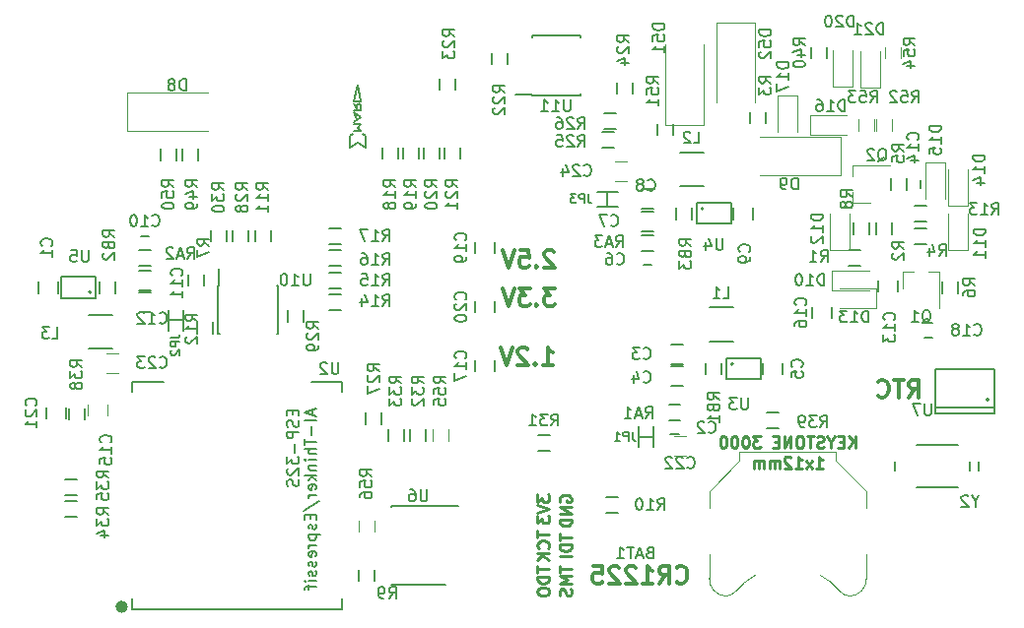
<source format=gbo>
G04 #@! TF.FileFunction,Legend,Bot*
%FSLAX46Y46*%
G04 Gerber Fmt 4.6, Leading zero omitted, Abs format (unit mm)*
G04 Created by KiCad (PCBNEW 4.0.7+dfsg1-1) date Wed Oct 25 16:05:11 2017*
%MOMM*%
%LPD*%
G01*
G04 APERTURE LIST*
%ADD10C,0.100000*%
%ADD11C,0.250000*%
%ADD12C,0.300000*%
%ADD13C,0.150000*%
%ADD14C,0.500000*%
%ADD15C,0.120000*%
%ADD16C,0.152400*%
%ADD17C,0.200000*%
G04 APERTURE END LIST*
D10*
D11*
X170370715Y-98716381D02*
X170370715Y-97716381D01*
X169799286Y-98716381D02*
X170227858Y-98144952D01*
X169799286Y-97716381D02*
X170370715Y-98287810D01*
X169370715Y-98192571D02*
X169037381Y-98192571D01*
X168894524Y-98716381D02*
X169370715Y-98716381D01*
X169370715Y-97716381D01*
X168894524Y-97716381D01*
X168275477Y-98240190D02*
X168275477Y-98716381D01*
X168608810Y-97716381D02*
X168275477Y-98240190D01*
X167942143Y-97716381D01*
X167656429Y-98668762D02*
X167513572Y-98716381D01*
X167275476Y-98716381D01*
X167180238Y-98668762D01*
X167132619Y-98621143D01*
X167085000Y-98525905D01*
X167085000Y-98430667D01*
X167132619Y-98335429D01*
X167180238Y-98287810D01*
X167275476Y-98240190D01*
X167465953Y-98192571D01*
X167561191Y-98144952D01*
X167608810Y-98097333D01*
X167656429Y-98002095D01*
X167656429Y-97906857D01*
X167608810Y-97811619D01*
X167561191Y-97764000D01*
X167465953Y-97716381D01*
X167227857Y-97716381D01*
X167085000Y-97764000D01*
X166799286Y-97716381D02*
X166227857Y-97716381D01*
X166513572Y-98716381D02*
X166513572Y-97716381D01*
X165704048Y-97716381D02*
X165513571Y-97716381D01*
X165418333Y-97764000D01*
X165323095Y-97859238D01*
X165275476Y-98049714D01*
X165275476Y-98383048D01*
X165323095Y-98573524D01*
X165418333Y-98668762D01*
X165513571Y-98716381D01*
X165704048Y-98716381D01*
X165799286Y-98668762D01*
X165894524Y-98573524D01*
X165942143Y-98383048D01*
X165942143Y-98049714D01*
X165894524Y-97859238D01*
X165799286Y-97764000D01*
X165704048Y-97716381D01*
X164846905Y-98716381D02*
X164846905Y-97716381D01*
X164275476Y-98716381D01*
X164275476Y-97716381D01*
X163799286Y-98192571D02*
X163465952Y-98192571D01*
X163323095Y-98716381D02*
X163799286Y-98716381D01*
X163799286Y-97716381D01*
X163323095Y-97716381D01*
X162227857Y-97716381D02*
X161608809Y-97716381D01*
X161942143Y-98097333D01*
X161799285Y-98097333D01*
X161704047Y-98144952D01*
X161656428Y-98192571D01*
X161608809Y-98287810D01*
X161608809Y-98525905D01*
X161656428Y-98621143D01*
X161704047Y-98668762D01*
X161799285Y-98716381D01*
X162085000Y-98716381D01*
X162180238Y-98668762D01*
X162227857Y-98621143D01*
X160989762Y-97716381D02*
X160894523Y-97716381D01*
X160799285Y-97764000D01*
X160751666Y-97811619D01*
X160704047Y-97906857D01*
X160656428Y-98097333D01*
X160656428Y-98335429D01*
X160704047Y-98525905D01*
X160751666Y-98621143D01*
X160799285Y-98668762D01*
X160894523Y-98716381D01*
X160989762Y-98716381D01*
X161085000Y-98668762D01*
X161132619Y-98621143D01*
X161180238Y-98525905D01*
X161227857Y-98335429D01*
X161227857Y-98097333D01*
X161180238Y-97906857D01*
X161132619Y-97811619D01*
X161085000Y-97764000D01*
X160989762Y-97716381D01*
X160037381Y-97716381D02*
X159942142Y-97716381D01*
X159846904Y-97764000D01*
X159799285Y-97811619D01*
X159751666Y-97906857D01*
X159704047Y-98097333D01*
X159704047Y-98335429D01*
X159751666Y-98525905D01*
X159799285Y-98621143D01*
X159846904Y-98668762D01*
X159942142Y-98716381D01*
X160037381Y-98716381D01*
X160132619Y-98668762D01*
X160180238Y-98621143D01*
X160227857Y-98525905D01*
X160275476Y-98335429D01*
X160275476Y-98097333D01*
X160227857Y-97906857D01*
X160180238Y-97811619D01*
X160132619Y-97764000D01*
X160037381Y-97716381D01*
X159085000Y-97716381D02*
X158989761Y-97716381D01*
X158894523Y-97764000D01*
X158846904Y-97811619D01*
X158799285Y-97906857D01*
X158751666Y-98097333D01*
X158751666Y-98335429D01*
X158799285Y-98525905D01*
X158846904Y-98621143D01*
X158894523Y-98668762D01*
X158989761Y-98716381D01*
X159085000Y-98716381D01*
X159180238Y-98668762D01*
X159227857Y-98621143D01*
X159275476Y-98525905D01*
X159323095Y-98335429D01*
X159323095Y-98097333D01*
X159275476Y-97906857D01*
X159227857Y-97811619D01*
X159180238Y-97764000D01*
X159085000Y-97716381D01*
X166989761Y-100466381D02*
X167561190Y-100466381D01*
X167275476Y-100466381D02*
X167275476Y-99466381D01*
X167370714Y-99609238D01*
X167465952Y-99704476D01*
X167561190Y-99752095D01*
X166656428Y-100466381D02*
X166132618Y-99799714D01*
X166656428Y-99799714D02*
X166132618Y-100466381D01*
X165227856Y-100466381D02*
X165799285Y-100466381D01*
X165513571Y-100466381D02*
X165513571Y-99466381D01*
X165608809Y-99609238D01*
X165704047Y-99704476D01*
X165799285Y-99752095D01*
X164846904Y-99561619D02*
X164799285Y-99514000D01*
X164704047Y-99466381D01*
X164465951Y-99466381D01*
X164370713Y-99514000D01*
X164323094Y-99561619D01*
X164275475Y-99656857D01*
X164275475Y-99752095D01*
X164323094Y-99894952D01*
X164894523Y-100466381D01*
X164275475Y-100466381D01*
X163846904Y-100466381D02*
X163846904Y-99799714D01*
X163846904Y-99894952D02*
X163799285Y-99847333D01*
X163704047Y-99799714D01*
X163561189Y-99799714D01*
X163465951Y-99847333D01*
X163418332Y-99942571D01*
X163418332Y-100466381D01*
X163418332Y-99942571D02*
X163370713Y-99847333D01*
X163275475Y-99799714D01*
X163132618Y-99799714D01*
X163037380Y-99847333D01*
X162989761Y-99942571D01*
X162989761Y-100466381D01*
X162513571Y-100466381D02*
X162513571Y-99799714D01*
X162513571Y-99894952D02*
X162465952Y-99847333D01*
X162370714Y-99799714D01*
X162227856Y-99799714D01*
X162132618Y-99847333D01*
X162084999Y-99942571D01*
X162084999Y-100466381D01*
X162084999Y-99942571D02*
X162037380Y-99847333D01*
X161942142Y-99799714D01*
X161799285Y-99799714D01*
X161704047Y-99847333D01*
X161656428Y-99942571D01*
X161656428Y-100466381D01*
D12*
X155027856Y-110215714D02*
X155099285Y-110287143D01*
X155313571Y-110358571D01*
X155456428Y-110358571D01*
X155670713Y-110287143D01*
X155813571Y-110144286D01*
X155884999Y-110001429D01*
X155956428Y-109715714D01*
X155956428Y-109501429D01*
X155884999Y-109215714D01*
X155813571Y-109072857D01*
X155670713Y-108930000D01*
X155456428Y-108858571D01*
X155313571Y-108858571D01*
X155099285Y-108930000D01*
X155027856Y-109001429D01*
X153527856Y-110358571D02*
X154027856Y-109644286D01*
X154384999Y-110358571D02*
X154384999Y-108858571D01*
X153813571Y-108858571D01*
X153670713Y-108930000D01*
X153599285Y-109001429D01*
X153527856Y-109144286D01*
X153527856Y-109358571D01*
X153599285Y-109501429D01*
X153670713Y-109572857D01*
X153813571Y-109644286D01*
X154384999Y-109644286D01*
X152099285Y-110358571D02*
X152956428Y-110358571D01*
X152527856Y-110358571D02*
X152527856Y-108858571D01*
X152670713Y-109072857D01*
X152813571Y-109215714D01*
X152956428Y-109287143D01*
X151527857Y-109001429D02*
X151456428Y-108930000D01*
X151313571Y-108858571D01*
X150956428Y-108858571D01*
X150813571Y-108930000D01*
X150742142Y-109001429D01*
X150670714Y-109144286D01*
X150670714Y-109287143D01*
X150742142Y-109501429D01*
X151599285Y-110358571D01*
X150670714Y-110358571D01*
X150099286Y-109001429D02*
X150027857Y-108930000D01*
X149885000Y-108858571D01*
X149527857Y-108858571D01*
X149385000Y-108930000D01*
X149313571Y-109001429D01*
X149242143Y-109144286D01*
X149242143Y-109287143D01*
X149313571Y-109501429D01*
X150170714Y-110358571D01*
X149242143Y-110358571D01*
X147885000Y-108858571D02*
X148599286Y-108858571D01*
X148670715Y-109572857D01*
X148599286Y-109501429D01*
X148456429Y-109430000D01*
X148099286Y-109430000D01*
X147956429Y-109501429D01*
X147885000Y-109572857D01*
X147813572Y-109715714D01*
X147813572Y-110072857D01*
X147885000Y-110215714D01*
X147956429Y-110287143D01*
X148099286Y-110358571D01*
X148456429Y-110358571D01*
X148599286Y-110287143D01*
X148670715Y-110215714D01*
X144502857Y-81823429D02*
X144431428Y-81752000D01*
X144288571Y-81680571D01*
X143931428Y-81680571D01*
X143788571Y-81752000D01*
X143717142Y-81823429D01*
X143645714Y-81966286D01*
X143645714Y-82109143D01*
X143717142Y-82323429D01*
X144574285Y-83180571D01*
X143645714Y-83180571D01*
X143002857Y-83037714D02*
X142931429Y-83109143D01*
X143002857Y-83180571D01*
X143074286Y-83109143D01*
X143002857Y-83037714D01*
X143002857Y-83180571D01*
X141574285Y-81680571D02*
X142288571Y-81680571D01*
X142360000Y-82394857D01*
X142288571Y-82323429D01*
X142145714Y-82252000D01*
X141788571Y-82252000D01*
X141645714Y-82323429D01*
X141574285Y-82394857D01*
X141502857Y-82537714D01*
X141502857Y-82894857D01*
X141574285Y-83037714D01*
X141645714Y-83109143D01*
X141788571Y-83180571D01*
X142145714Y-83180571D01*
X142288571Y-83109143D01*
X142360000Y-83037714D01*
X141074286Y-81680571D02*
X140574286Y-83180571D01*
X140074286Y-81680571D01*
X144574285Y-84982571D02*
X143645714Y-84982571D01*
X144145714Y-85554000D01*
X143931428Y-85554000D01*
X143788571Y-85625429D01*
X143717142Y-85696857D01*
X143645714Y-85839714D01*
X143645714Y-86196857D01*
X143717142Y-86339714D01*
X143788571Y-86411143D01*
X143931428Y-86482571D01*
X144360000Y-86482571D01*
X144502857Y-86411143D01*
X144574285Y-86339714D01*
X143002857Y-86339714D02*
X142931429Y-86411143D01*
X143002857Y-86482571D01*
X143074286Y-86411143D01*
X143002857Y-86339714D01*
X143002857Y-86482571D01*
X142431428Y-84982571D02*
X141502857Y-84982571D01*
X142002857Y-85554000D01*
X141788571Y-85554000D01*
X141645714Y-85625429D01*
X141574285Y-85696857D01*
X141502857Y-85839714D01*
X141502857Y-86196857D01*
X141574285Y-86339714D01*
X141645714Y-86411143D01*
X141788571Y-86482571D01*
X142217143Y-86482571D01*
X142360000Y-86411143D01*
X142431428Y-86339714D01*
X141074286Y-84982571D02*
X140574286Y-86482571D01*
X140074286Y-84982571D01*
X143518714Y-91562571D02*
X144375857Y-91562571D01*
X143947285Y-91562571D02*
X143947285Y-90062571D01*
X144090142Y-90276857D01*
X144233000Y-90419714D01*
X144375857Y-90491143D01*
X142875857Y-91419714D02*
X142804429Y-91491143D01*
X142875857Y-91562571D01*
X142947286Y-91491143D01*
X142875857Y-91419714D01*
X142875857Y-91562571D01*
X142233000Y-90205429D02*
X142161571Y-90134000D01*
X142018714Y-90062571D01*
X141661571Y-90062571D01*
X141518714Y-90134000D01*
X141447285Y-90205429D01*
X141375857Y-90348286D01*
X141375857Y-90491143D01*
X141447285Y-90705429D01*
X142304428Y-91562571D01*
X141375857Y-91562571D01*
X140947286Y-90062571D02*
X140447286Y-91562571D01*
X139947286Y-90062571D01*
D11*
X143082381Y-105854286D02*
X143082381Y-106425715D01*
X144082381Y-106140000D02*
X143082381Y-106140000D01*
X143987143Y-107330477D02*
X144034762Y-107282858D01*
X144082381Y-107140001D01*
X144082381Y-107044763D01*
X144034762Y-106901905D01*
X143939524Y-106806667D01*
X143844286Y-106759048D01*
X143653810Y-106711429D01*
X143510952Y-106711429D01*
X143320476Y-106759048D01*
X143225238Y-106806667D01*
X143130000Y-106901905D01*
X143082381Y-107044763D01*
X143082381Y-107140001D01*
X143130000Y-107282858D01*
X143177619Y-107330477D01*
X144082381Y-107759048D02*
X143082381Y-107759048D01*
X144082381Y-108330477D02*
X143510952Y-107901905D01*
X143082381Y-108330477D02*
X143653810Y-107759048D01*
X143082381Y-102726905D02*
X143082381Y-103345953D01*
X143463333Y-103012619D01*
X143463333Y-103155477D01*
X143510952Y-103250715D01*
X143558571Y-103298334D01*
X143653810Y-103345953D01*
X143891905Y-103345953D01*
X143987143Y-103298334D01*
X144034762Y-103250715D01*
X144082381Y-103155477D01*
X144082381Y-102869762D01*
X144034762Y-102774524D01*
X143987143Y-102726905D01*
X143082381Y-103631667D02*
X144082381Y-103965000D01*
X143082381Y-104298334D01*
X143082381Y-104536429D02*
X143082381Y-105155477D01*
X143463333Y-104822143D01*
X143463333Y-104965001D01*
X143510952Y-105060239D01*
X143558571Y-105107858D01*
X143653810Y-105155477D01*
X143891905Y-105155477D01*
X143987143Y-105107858D01*
X144034762Y-105060239D01*
X144082381Y-104965001D01*
X144082381Y-104679286D01*
X144034762Y-104584048D01*
X143987143Y-104536429D01*
X143082381Y-108878476D02*
X143082381Y-109449905D01*
X144082381Y-109164190D02*
X143082381Y-109164190D01*
X144082381Y-109783238D02*
X143082381Y-109783238D01*
X143082381Y-110021333D01*
X143130000Y-110164191D01*
X143225238Y-110259429D01*
X143320476Y-110307048D01*
X143510952Y-110354667D01*
X143653810Y-110354667D01*
X143844286Y-110307048D01*
X143939524Y-110259429D01*
X144034762Y-110164191D01*
X144082381Y-110021333D01*
X144082381Y-109783238D01*
X143082381Y-110973714D02*
X143082381Y-111164191D01*
X143130000Y-111259429D01*
X143225238Y-111354667D01*
X143415714Y-111402286D01*
X143749048Y-111402286D01*
X143939524Y-111354667D01*
X144034762Y-111259429D01*
X144082381Y-111164191D01*
X144082381Y-110973714D01*
X144034762Y-110878476D01*
X143939524Y-110783238D01*
X143749048Y-110735619D01*
X143415714Y-110735619D01*
X143225238Y-110783238D01*
X143130000Y-110878476D01*
X143082381Y-110973714D01*
X145035000Y-103330096D02*
X144987381Y-103234858D01*
X144987381Y-103092001D01*
X145035000Y-102949143D01*
X145130238Y-102853905D01*
X145225476Y-102806286D01*
X145415952Y-102758667D01*
X145558810Y-102758667D01*
X145749286Y-102806286D01*
X145844524Y-102853905D01*
X145939762Y-102949143D01*
X145987381Y-103092001D01*
X145987381Y-103187239D01*
X145939762Y-103330096D01*
X145892143Y-103377715D01*
X145558810Y-103377715D01*
X145558810Y-103187239D01*
X145987381Y-103806286D02*
X144987381Y-103806286D01*
X145987381Y-104377715D01*
X144987381Y-104377715D01*
X145987381Y-104853905D02*
X144987381Y-104853905D01*
X144987381Y-105092000D01*
X145035000Y-105234858D01*
X145130238Y-105330096D01*
X145225476Y-105377715D01*
X145415952Y-105425334D01*
X145558810Y-105425334D01*
X145749286Y-105377715D01*
X145844524Y-105330096D01*
X145939762Y-105234858D01*
X145987381Y-105092000D01*
X145987381Y-104853905D01*
X144987381Y-106116191D02*
X144987381Y-106687620D01*
X145987381Y-106401905D02*
X144987381Y-106401905D01*
X145987381Y-107020953D02*
X144987381Y-107020953D01*
X144987381Y-107259048D01*
X145035000Y-107401906D01*
X145130238Y-107497144D01*
X145225476Y-107544763D01*
X145415952Y-107592382D01*
X145558810Y-107592382D01*
X145749286Y-107544763D01*
X145844524Y-107497144D01*
X145939762Y-107401906D01*
X145987381Y-107259048D01*
X145987381Y-107020953D01*
X145987381Y-108020953D02*
X144987381Y-108020953D01*
X144987381Y-108854667D02*
X144987381Y-109426096D01*
X145987381Y-109140381D02*
X144987381Y-109140381D01*
X145987381Y-109759429D02*
X144987381Y-109759429D01*
X145701667Y-110092763D01*
X144987381Y-110426096D01*
X145987381Y-110426096D01*
X145939762Y-110854667D02*
X145987381Y-110997524D01*
X145987381Y-111235620D01*
X145939762Y-111330858D01*
X145892143Y-111378477D01*
X145796905Y-111426096D01*
X145701667Y-111426096D01*
X145606429Y-111378477D01*
X145558810Y-111330858D01*
X145511190Y-111235620D01*
X145463571Y-111045143D01*
X145415952Y-110949905D01*
X145368333Y-110902286D01*
X145273095Y-110854667D01*
X145177857Y-110854667D01*
X145082619Y-110902286D01*
X145035000Y-110949905D01*
X144987381Y-111045143D01*
X144987381Y-111283239D01*
X145035000Y-111426096D01*
D12*
X174967142Y-94356571D02*
X175467142Y-93642286D01*
X175824285Y-94356571D02*
X175824285Y-92856571D01*
X175252857Y-92856571D01*
X175109999Y-92928000D01*
X175038571Y-92999429D01*
X174967142Y-93142286D01*
X174967142Y-93356571D01*
X175038571Y-93499429D01*
X175109999Y-93570857D01*
X175252857Y-93642286D01*
X175824285Y-93642286D01*
X174538571Y-92856571D02*
X173681428Y-92856571D01*
X174109999Y-94356571D02*
X174109999Y-92856571D01*
X172324285Y-94213714D02*
X172395714Y-94285143D01*
X172610000Y-94356571D01*
X172752857Y-94356571D01*
X172967142Y-94285143D01*
X173110000Y-94142286D01*
X173181428Y-93999429D01*
X173252857Y-93713714D01*
X173252857Y-93499429D01*
X173181428Y-93213714D01*
X173110000Y-93070857D01*
X172967142Y-92928000D01*
X172752857Y-92856571D01*
X172610000Y-92856571D01*
X172395714Y-92928000D01*
X172324285Y-92999429D01*
D13*
X151758000Y-97742000D02*
X153028000Y-97742000D01*
X153028000Y-96853000D02*
X153028000Y-98631000D01*
X151758000Y-96853000D02*
X151758000Y-98631000D01*
X108232500Y-112562000D02*
X108232500Y-111673000D01*
X126266500Y-112562000D02*
X108232500Y-112562000D01*
X126266500Y-111673000D02*
X126266500Y-112562000D01*
X126266500Y-93004000D02*
X126266500Y-93893000D01*
X123663000Y-93004000D02*
X126266500Y-93004000D01*
X108232500Y-93004000D02*
X110963000Y-93004000D01*
X108232500Y-93893000D02*
X108232500Y-93004000D01*
D14*
X107638415Y-112384338D02*
G75*
G03X107638415Y-112384338I-283981J0D01*
G01*
D15*
X157345000Y-70900000D02*
X154045000Y-70900000D01*
X154045000Y-70900000D02*
X154045000Y-64000000D01*
X157345000Y-70900000D02*
X157345000Y-64000000D01*
D13*
X153369000Y-70826000D02*
X153369000Y-71826000D01*
X154719000Y-71826000D02*
X154719000Y-70826000D01*
X157870000Y-89565000D02*
X159870000Y-89565000D01*
X159870000Y-86615000D02*
X157870000Y-86615000D01*
X159886803Y-91500000D02*
G75*
G03X159886803Y-91500000I-111803J0D01*
G01*
X159275000Y-92800000D02*
X162275000Y-92800000D01*
X162275000Y-92800000D02*
X162275000Y-91000000D01*
X162275000Y-91000000D02*
X159275000Y-91000000D01*
X159275000Y-91000000D02*
X159275000Y-92800000D01*
X155330000Y-76230000D02*
X157330000Y-76230000D01*
X157330000Y-73280000D02*
X155330000Y-73280000D01*
X157346803Y-78135000D02*
G75*
G03X157346803Y-78135000I-111803J0D01*
G01*
X156735000Y-79435000D02*
X159735000Y-79435000D01*
X159735000Y-79435000D02*
X159735000Y-77635000D01*
X159735000Y-77635000D02*
X156735000Y-77635000D01*
X156735000Y-77635000D02*
X156735000Y-79435000D01*
X106530000Y-87250000D02*
X104530000Y-87250000D01*
X104530000Y-90200000D02*
X106530000Y-90200000D01*
X104736803Y-85315000D02*
G75*
G03X104736803Y-85315000I-111803J0D01*
G01*
X105125000Y-84015000D02*
X102125000Y-84015000D01*
X102125000Y-84015000D02*
X102125000Y-85815000D01*
X102125000Y-85815000D02*
X105125000Y-85815000D01*
X105125000Y-85815000D02*
X105125000Y-84015000D01*
X100235000Y-85415000D02*
X100235000Y-84415000D01*
X101935000Y-84415000D02*
X101935000Y-85415000D01*
X155560000Y-91480000D02*
X154560000Y-91480000D01*
X154560000Y-89780000D02*
X155560000Y-89780000D01*
X155560000Y-93385000D02*
X154560000Y-93385000D01*
X154560000Y-91685000D02*
X155560000Y-91685000D01*
X164165000Y-91400000D02*
X164165000Y-92400000D01*
X162465000Y-92400000D02*
X162465000Y-91400000D01*
X153020000Y-80050000D02*
X152020000Y-80050000D01*
X152020000Y-78350000D02*
X153020000Y-78350000D01*
X153020000Y-78145000D02*
X152020000Y-78145000D01*
X152020000Y-76445000D02*
X153020000Y-76445000D01*
X161625000Y-78065000D02*
X161625000Y-79065000D01*
X159925000Y-79065000D02*
X159925000Y-78065000D01*
X108840000Y-83430000D02*
X109840000Y-83430000D01*
X109840000Y-85130000D02*
X108840000Y-85130000D01*
X108840000Y-85335000D02*
X109840000Y-85335000D01*
X109840000Y-87035000D02*
X108840000Y-87035000D01*
X181857000Y-94567000D02*
G75*
G03X181857000Y-94567000I-127000J0D01*
G01*
X182365000Y-95202000D02*
X177285000Y-95202000D01*
X182365000Y-91900000D02*
X177285000Y-91900000D01*
X182365000Y-95710000D02*
X177285000Y-95710000D01*
X182365000Y-95710000D02*
X182365000Y-91900000D01*
X177285000Y-95710000D02*
X177285000Y-91900000D01*
X174071000Y-84288000D02*
X174071000Y-85288000D01*
X172371000Y-85288000D02*
X172371000Y-84288000D01*
D15*
X174435000Y-83520000D02*
X175365000Y-83520000D01*
X177595000Y-83520000D02*
X176665000Y-83520000D01*
X177595000Y-83520000D02*
X177595000Y-86680000D01*
X174435000Y-83520000D02*
X174435000Y-84980000D01*
X170175000Y-77605000D02*
X170175000Y-76675000D01*
X170175000Y-74445000D02*
X170175000Y-75375000D01*
X170175000Y-74445000D02*
X173335000Y-74445000D01*
X170175000Y-77605000D02*
X171635000Y-77605000D01*
D13*
X154510000Y-97510000D02*
X155210000Y-97510000D01*
X155210000Y-96310000D02*
X154510000Y-96310000D01*
X152170000Y-82975000D02*
X152870000Y-82975000D01*
X152870000Y-81775000D02*
X152170000Y-81775000D01*
X109690000Y-80505000D02*
X108990000Y-80505000D01*
X108990000Y-81705000D02*
X109690000Y-81705000D01*
X174780000Y-75675000D02*
X174780000Y-76375000D01*
X175980000Y-76375000D02*
X175980000Y-75675000D01*
X170800000Y-81700000D02*
X169800000Y-81700000D01*
X169800000Y-83050000D02*
X170800000Y-83050000D01*
X172165000Y-79335000D02*
X172165000Y-80335000D01*
X173515000Y-80335000D02*
X173515000Y-79335000D01*
X175515000Y-81145000D02*
X176515000Y-81145000D01*
X176515000Y-79795000D02*
X175515000Y-79795000D01*
X174785000Y-76525000D02*
X174785000Y-75525000D01*
X173435000Y-75525000D02*
X173435000Y-76525000D01*
X179230000Y-85415000D02*
X179230000Y-84415000D01*
X177880000Y-84415000D02*
X177880000Y-85415000D01*
X114460000Y-84780000D02*
X114460000Y-83780000D01*
X113110000Y-83780000D02*
X113110000Y-84780000D01*
X170260000Y-79335000D02*
X170260000Y-80335000D01*
X171610000Y-80335000D02*
X171610000Y-79335000D01*
X129065000Y-110180000D02*
X129065000Y-109180000D01*
X127715000Y-109180000D02*
X127715000Y-110180000D01*
X148972000Y-104259000D02*
X149972000Y-104259000D01*
X149972000Y-102909000D02*
X148972000Y-102909000D01*
X175515000Y-79240000D02*
X176515000Y-79240000D01*
X176515000Y-77890000D02*
X175515000Y-77890000D01*
X155360000Y-94965000D02*
X154360000Y-94965000D01*
X154360000Y-96315000D02*
X155360000Y-96315000D01*
X108840000Y-83050000D02*
X109840000Y-83050000D01*
X109840000Y-81700000D02*
X108840000Y-81700000D01*
X153020000Y-80430000D02*
X152020000Y-80430000D01*
X152020000Y-81780000D02*
X153020000Y-81780000D01*
X158910000Y-92400000D02*
X158910000Y-91400000D01*
X157560000Y-91400000D02*
X157560000Y-92400000D01*
X105490000Y-84415000D02*
X105490000Y-85415000D01*
X106840000Y-85415000D02*
X106840000Y-84415000D01*
X156370000Y-79065000D02*
X156370000Y-78065000D01*
X155020000Y-78065000D02*
X155020000Y-79065000D01*
X125182000Y-86860000D02*
X126182000Y-86860000D01*
X126182000Y-85510000D02*
X125182000Y-85510000D01*
X125182000Y-84954000D02*
X126182000Y-84954000D01*
X126182000Y-83604000D02*
X125182000Y-83604000D01*
X125182000Y-83050000D02*
X126182000Y-83050000D01*
X126182000Y-81700000D02*
X125182000Y-81700000D01*
X125182000Y-81145000D02*
X126182000Y-81145000D01*
X126182000Y-79795000D02*
X125182000Y-79795000D01*
X129747000Y-72858000D02*
X129747000Y-73858000D01*
X131097000Y-73858000D02*
X131097000Y-72858000D01*
X131525000Y-72858000D02*
X131525000Y-73858000D01*
X132875000Y-73858000D02*
X132875000Y-72858000D01*
X133303000Y-72858000D02*
X133303000Y-73858000D01*
X134653000Y-73858000D02*
X134653000Y-72858000D01*
X135081000Y-72858000D02*
X135081000Y-73858000D01*
X136431000Y-73858000D02*
X136431000Y-72858000D01*
X115655000Y-84745000D02*
X115705000Y-84745000D01*
X115655000Y-88895000D02*
X115800000Y-88895000D01*
X120805000Y-88895000D02*
X120660000Y-88895000D01*
X120805000Y-84745000D02*
X120660000Y-84745000D01*
X115655000Y-84745000D02*
X115655000Y-88895000D01*
X120805000Y-84745000D02*
X120805000Y-88895000D01*
X115705000Y-84745000D02*
X115705000Y-83345000D01*
X176300000Y-89198000D02*
X177000000Y-89198000D01*
X177000000Y-87998000D02*
X176300000Y-87998000D01*
X142605000Y-68375000D02*
X142605000Y-68325000D01*
X146755000Y-68375000D02*
X146755000Y-68230000D01*
X146755000Y-63225000D02*
X146755000Y-63370000D01*
X142605000Y-63225000D02*
X142605000Y-63370000D01*
X142605000Y-68375000D02*
X146755000Y-68375000D01*
X142605000Y-63225000D02*
X146755000Y-63225000D01*
X142605000Y-68325000D02*
X141205000Y-68325000D01*
X161370000Y-69810000D02*
X161370000Y-70810000D01*
X162720000Y-70810000D02*
X162720000Y-69810000D01*
X139145000Y-64730000D02*
X139145000Y-65730000D01*
X140495000Y-65730000D02*
X140495000Y-64730000D01*
X134700000Y-66932000D02*
X134700000Y-67932000D01*
X136050000Y-67932000D02*
X136050000Y-66932000D01*
X149940000Y-67270000D02*
X149940000Y-68270000D01*
X151290000Y-68270000D02*
X151290000Y-67270000D01*
X148675000Y-72890000D02*
X149675000Y-72890000D01*
X149675000Y-71540000D02*
X148675000Y-71540000D01*
X148780000Y-71275000D02*
X149780000Y-71275000D01*
X149780000Y-69925000D02*
X148780000Y-69925000D01*
X130510000Y-103690000D02*
X130510000Y-103790000D01*
X130510000Y-110515000D02*
X130510000Y-110490000D01*
X135160000Y-110515000D02*
X135160000Y-110490000D01*
X136235000Y-103690000D02*
X130510000Y-103690000D01*
X135160000Y-110515000D02*
X130510000Y-110515000D01*
X120175000Y-80970000D02*
X120175000Y-79970000D01*
X118825000Y-79970000D02*
X118825000Y-80970000D01*
X113805000Y-87900000D02*
X113805000Y-88900000D01*
X115155000Y-88900000D02*
X115155000Y-87900000D01*
X128350000Y-95675000D02*
X128350000Y-96675000D01*
X129700000Y-96675000D02*
X129700000Y-95675000D01*
X118270000Y-80970000D02*
X118270000Y-79970000D01*
X116920000Y-79970000D02*
X116920000Y-80970000D01*
X122955000Y-87900000D02*
X122955000Y-86900000D01*
X121605000Y-86900000D02*
X121605000Y-87900000D01*
X116365000Y-80970000D02*
X116365000Y-79970000D01*
X115015000Y-79970000D02*
X115015000Y-80970000D01*
X143130000Y-98925000D02*
X144130000Y-98925000D01*
X144130000Y-97575000D02*
X143130000Y-97575000D01*
X132160000Y-97115000D02*
X132160000Y-98115000D01*
X133510000Y-98115000D02*
X133510000Y-97115000D01*
X130255000Y-97115000D02*
X130255000Y-98115000D01*
X131605000Y-98115000D02*
X131605000Y-97115000D01*
X103490000Y-103290000D02*
X102490000Y-103290000D01*
X102490000Y-104640000D02*
X103490000Y-104640000D01*
X103490000Y-101385000D02*
X102490000Y-101385000D01*
X102490000Y-102735000D02*
X103490000Y-102735000D01*
X102823000Y-95294000D02*
X102823000Y-96294000D01*
X104173000Y-96294000D02*
X104173000Y-95294000D01*
X168356000Y-86574000D02*
X168356000Y-87574000D01*
X166656000Y-87574000D02*
X166656000Y-86574000D01*
X162815000Y-97020000D02*
X163815000Y-97020000D01*
X163815000Y-95670000D02*
X162815000Y-95670000D01*
X166577000Y-64222000D02*
X166577000Y-65222000D01*
X167927000Y-65222000D02*
X167927000Y-64222000D01*
X137700000Y-92146000D02*
X137700000Y-91146000D01*
X139400000Y-91146000D02*
X139400000Y-92146000D01*
X139400000Y-80986000D02*
X139400000Y-81986000D01*
X137700000Y-81986000D02*
X137700000Y-80986000D01*
X137700000Y-87066000D02*
X137700000Y-86066000D01*
X139400000Y-86066000D02*
X139400000Y-87066000D01*
X100870000Y-96210000D02*
X100870000Y-95210000D01*
X102570000Y-95210000D02*
X102570000Y-96210000D01*
X112602000Y-72985000D02*
X112602000Y-73985000D01*
X113952000Y-73985000D02*
X113952000Y-72985000D01*
X110697000Y-72985000D02*
X110697000Y-73985000D01*
X112047000Y-73985000D02*
X112047000Y-72985000D01*
D15*
X172160000Y-70445000D02*
X172160000Y-71445000D01*
X173520000Y-71445000D02*
X173520000Y-70445000D01*
X170636000Y-70445000D02*
X170636000Y-71445000D01*
X171996000Y-71445000D02*
X171996000Y-70445000D01*
D13*
X173812000Y-99882000D02*
X173812000Y-100682000D01*
X179212000Y-98482000D02*
X175612000Y-98482000D01*
X179212000Y-102082000D02*
X175612000Y-102082000D01*
X180212000Y-99882000D02*
X180212000Y-100682000D01*
X181012000Y-99882000D02*
X181012000Y-100682000D01*
D15*
X106126000Y-94956000D02*
X106126000Y-95956000D01*
X104426000Y-95956000D02*
X104426000Y-94956000D01*
X107861000Y-71452000D02*
X107861000Y-68152000D01*
X107861000Y-68152000D02*
X114761000Y-68152000D01*
X107861000Y-71452000D02*
X114761000Y-71452000D01*
X169112000Y-71962000D02*
X169112000Y-75262000D01*
X169112000Y-75262000D02*
X162212000Y-75262000D01*
X169112000Y-71962000D02*
X162212000Y-71962000D01*
X158490000Y-62100000D02*
X161790000Y-62100000D01*
X161790000Y-62100000D02*
X161790000Y-69000000D01*
X158490000Y-62100000D02*
X158490000Y-69000000D01*
X155814000Y-99354000D02*
X154814000Y-99354000D01*
X154814000Y-97654000D02*
X155814000Y-97654000D01*
X106046000Y-90542000D02*
X107046000Y-90542000D01*
X107046000Y-92242000D02*
X106046000Y-92242000D01*
X149734000Y-74032000D02*
X150734000Y-74032000D01*
X150734000Y-75732000D02*
X149734000Y-75732000D01*
X172922000Y-64222000D02*
X172922000Y-65222000D01*
X174282000Y-65222000D02*
X174282000Y-64222000D01*
X135420000Y-98115000D02*
X135420000Y-97115000D01*
X134060000Y-97115000D02*
X134060000Y-98115000D01*
D13*
X126928000Y-71869000D02*
X127228000Y-71669000D01*
X128328000Y-71869000D02*
X128028000Y-71669000D01*
X126928000Y-72869000D02*
X126928000Y-71869000D01*
X127628000Y-72469000D02*
X126928000Y-72869000D01*
X128328000Y-72869000D02*
X127628000Y-72469000D01*
X128328000Y-71869000D02*
X128328000Y-72869000D01*
X127628000Y-67469000D02*
X127328000Y-68869000D01*
X127928000Y-68869000D02*
X127628000Y-67469000D01*
X127328000Y-68869000D02*
X127928000Y-68869000D01*
X127328000Y-69069000D02*
X127528000Y-69569000D01*
X127528000Y-69269000D02*
X127528000Y-69669000D01*
X127728000Y-69069000D02*
X127528000Y-69269000D01*
X127928000Y-69269000D02*
X127728000Y-69069000D01*
X127928000Y-69669000D02*
X127928000Y-69269000D01*
X127328000Y-69669000D02*
X127928000Y-69669000D01*
X127328000Y-69869000D02*
X127528000Y-70469000D01*
X127928000Y-70269000D02*
X127328000Y-69869000D01*
X127328000Y-70669000D02*
X127928000Y-70269000D01*
X127928000Y-70869000D02*
X127328000Y-70869000D01*
X127628000Y-71169000D02*
X127928000Y-70869000D01*
X127928000Y-71469000D02*
X127628000Y-71169000D01*
X127328000Y-71469000D02*
X127928000Y-71469000D01*
D15*
X160091264Y-111074552D02*
G75*
G02X161785000Y-109670000I4493736J-3695448D01*
G01*
X167317553Y-109624793D02*
G75*
G02X169085000Y-111070000I-2732553J-5145207D01*
G01*
X159170385Y-111454160D02*
G75*
G03X160085000Y-111070000I124615J984160D01*
G01*
X169999615Y-111454160D02*
G75*
G02X169085000Y-111070000I-124615J984160D01*
G01*
X157835000Y-109920000D02*
G75*
G03X159285000Y-111470000I1500000J-50000D01*
G01*
X171335000Y-109920000D02*
G75*
G02X169885000Y-111470000I-1500000J-50000D01*
G01*
X157835000Y-107870000D02*
X157835000Y-109970000D01*
X171335000Y-107870000D02*
X171335000Y-109970000D01*
X171335000Y-103870000D02*
X171335000Y-102420000D01*
X171335000Y-102420000D02*
X168735000Y-99820000D01*
X168735000Y-99820000D02*
X168735000Y-99020000D01*
X168735000Y-99020000D02*
X160435000Y-99020000D01*
X160435000Y-99020000D02*
X160435000Y-99820000D01*
X160435000Y-99820000D02*
X157835000Y-102420000D01*
X157835000Y-102420000D02*
X157835000Y-103870000D01*
X170134000Y-67638000D02*
X168434000Y-67638000D01*
X168434000Y-67638000D02*
X168434000Y-64488000D01*
X170134000Y-67638000D02*
X170134000Y-64488000D01*
X172547000Y-67731000D02*
X170847000Y-67731000D01*
X170847000Y-67731000D02*
X170847000Y-64581000D01*
X172547000Y-67731000D02*
X172547000Y-64581000D01*
X168400000Y-85130000D02*
X168400000Y-83430000D01*
X168400000Y-83430000D02*
X171550000Y-83430000D01*
X168400000Y-85130000D02*
X171550000Y-85130000D01*
X180040000Y-81735000D02*
X178340000Y-81735000D01*
X178340000Y-81735000D02*
X178340000Y-78585000D01*
X180040000Y-81735000D02*
X180040000Y-78585000D01*
X169880000Y-81735000D02*
X168180000Y-81735000D01*
X168180000Y-81735000D02*
X168180000Y-78585000D01*
X169880000Y-81735000D02*
X169880000Y-78585000D01*
X172200000Y-84954000D02*
X172200000Y-86654000D01*
X172200000Y-86654000D02*
X169050000Y-86654000D01*
X172200000Y-84954000D02*
X169050000Y-84954000D01*
X180040000Y-77925000D02*
X178340000Y-77925000D01*
X178340000Y-77925000D02*
X178340000Y-74775000D01*
X180040000Y-77925000D02*
X180040000Y-74775000D01*
X176435000Y-74125000D02*
X178135000Y-74125000D01*
X178135000Y-74125000D02*
X178135000Y-77275000D01*
X176435000Y-74125000D02*
X176435000Y-77275000D01*
X166495000Y-71795000D02*
X166495000Y-70095000D01*
X166495000Y-70095000D02*
X169645000Y-70095000D01*
X166495000Y-71795000D02*
X169645000Y-71795000D01*
X163735000Y-68410000D02*
X165435000Y-68410000D01*
X165435000Y-68410000D02*
X165435000Y-71560000D01*
X163735000Y-68410000D02*
X163735000Y-71560000D01*
D13*
X111372000Y-87709000D02*
X112642000Y-87709000D01*
X112642000Y-86820000D02*
X112642000Y-88598000D01*
X111372000Y-86820000D02*
X111372000Y-88598000D01*
X149091000Y-76660000D02*
X149091000Y-77930000D01*
X149980000Y-77930000D02*
X148202000Y-77930000D01*
X149980000Y-76660000D02*
X148202000Y-76660000D01*
D15*
X127710000Y-104946000D02*
X127710000Y-105946000D01*
X129070000Y-105946000D02*
X129070000Y-104946000D01*
D16*
X151249999Y-97324714D02*
X151249999Y-97869000D01*
X151286285Y-97977857D01*
X151358856Y-98050429D01*
X151467713Y-98086714D01*
X151540285Y-98086714D01*
X150887142Y-98086714D02*
X150887142Y-97324714D01*
X150596857Y-97324714D01*
X150524285Y-97361000D01*
X150488000Y-97397286D01*
X150451714Y-97469857D01*
X150451714Y-97578714D01*
X150488000Y-97651286D01*
X150524285Y-97687571D01*
X150596857Y-97723857D01*
X150887142Y-97723857D01*
X149726000Y-98086714D02*
X150161428Y-98086714D01*
X149943714Y-98086714D02*
X149943714Y-97324714D01*
X150016285Y-97433571D01*
X150088857Y-97506143D01*
X150161428Y-97542429D01*
D13*
X125976905Y-91352381D02*
X125976905Y-92161905D01*
X125929286Y-92257143D01*
X125881667Y-92304762D01*
X125786429Y-92352381D01*
X125595952Y-92352381D01*
X125500714Y-92304762D01*
X125453095Y-92257143D01*
X125405476Y-92161905D01*
X125405476Y-91352381D01*
X124976905Y-91447619D02*
X124929286Y-91400000D01*
X124834048Y-91352381D01*
X124595952Y-91352381D01*
X124500714Y-91400000D01*
X124453095Y-91447619D01*
X124405476Y-91542857D01*
X124405476Y-91638095D01*
X124453095Y-91780952D01*
X125024524Y-92352381D01*
X124405476Y-92352381D01*
X123779667Y-95446333D02*
X123779667Y-95922524D01*
X124065381Y-95351095D02*
X123065381Y-95684428D01*
X124065381Y-96017762D01*
X124065381Y-96351095D02*
X123065381Y-96351095D01*
X123684429Y-96827285D02*
X123684429Y-97589190D01*
X123065381Y-97922523D02*
X123065381Y-98493952D01*
X124065381Y-98208237D02*
X123065381Y-98208237D01*
X124065381Y-98827285D02*
X123065381Y-98827285D01*
X124065381Y-99255857D02*
X123541571Y-99255857D01*
X123446333Y-99208238D01*
X123398714Y-99113000D01*
X123398714Y-98970142D01*
X123446333Y-98874904D01*
X123493952Y-98827285D01*
X124065381Y-99732047D02*
X123398714Y-99732047D01*
X123065381Y-99732047D02*
X123113000Y-99684428D01*
X123160619Y-99732047D01*
X123113000Y-99779666D01*
X123065381Y-99732047D01*
X123160619Y-99732047D01*
X123398714Y-100208237D02*
X124065381Y-100208237D01*
X123493952Y-100208237D02*
X123446333Y-100255856D01*
X123398714Y-100351094D01*
X123398714Y-100493952D01*
X123446333Y-100589190D01*
X123541571Y-100636809D01*
X124065381Y-100636809D01*
X124065381Y-101112999D02*
X123065381Y-101112999D01*
X123684429Y-101208237D02*
X124065381Y-101493952D01*
X123398714Y-101493952D02*
X123779667Y-101112999D01*
X124017762Y-102303476D02*
X124065381Y-102208238D01*
X124065381Y-102017761D01*
X124017762Y-101922523D01*
X123922524Y-101874904D01*
X123541571Y-101874904D01*
X123446333Y-101922523D01*
X123398714Y-102017761D01*
X123398714Y-102208238D01*
X123446333Y-102303476D01*
X123541571Y-102351095D01*
X123636810Y-102351095D01*
X123732048Y-101874904D01*
X124065381Y-102779666D02*
X123398714Y-102779666D01*
X123589190Y-102779666D02*
X123493952Y-102827285D01*
X123446333Y-102874904D01*
X123398714Y-102970142D01*
X123398714Y-103065381D01*
X123017762Y-104113000D02*
X124303476Y-103255857D01*
X123541571Y-104446333D02*
X123541571Y-104779667D01*
X124065381Y-104922524D02*
X124065381Y-104446333D01*
X123065381Y-104446333D01*
X123065381Y-104922524D01*
X124017762Y-105303476D02*
X124065381Y-105398714D01*
X124065381Y-105589190D01*
X124017762Y-105684429D01*
X123922524Y-105732048D01*
X123874905Y-105732048D01*
X123779667Y-105684429D01*
X123732048Y-105589190D01*
X123732048Y-105446333D01*
X123684429Y-105351095D01*
X123589190Y-105303476D01*
X123541571Y-105303476D01*
X123446333Y-105351095D01*
X123398714Y-105446333D01*
X123398714Y-105589190D01*
X123446333Y-105684429D01*
X123398714Y-106160619D02*
X124398714Y-106160619D01*
X123446333Y-106160619D02*
X123398714Y-106255857D01*
X123398714Y-106446334D01*
X123446333Y-106541572D01*
X123493952Y-106589191D01*
X123589190Y-106636810D01*
X123874905Y-106636810D01*
X123970143Y-106589191D01*
X124017762Y-106541572D01*
X124065381Y-106446334D01*
X124065381Y-106255857D01*
X124017762Y-106160619D01*
X124065381Y-107065381D02*
X123398714Y-107065381D01*
X123589190Y-107065381D02*
X123493952Y-107113000D01*
X123446333Y-107160619D01*
X123398714Y-107255857D01*
X123398714Y-107351096D01*
X124017762Y-108065382D02*
X124065381Y-107970144D01*
X124065381Y-107779667D01*
X124017762Y-107684429D01*
X123922524Y-107636810D01*
X123541571Y-107636810D01*
X123446333Y-107684429D01*
X123398714Y-107779667D01*
X123398714Y-107970144D01*
X123446333Y-108065382D01*
X123541571Y-108113001D01*
X123636810Y-108113001D01*
X123732048Y-107636810D01*
X124017762Y-108493953D02*
X124065381Y-108589191D01*
X124065381Y-108779667D01*
X124017762Y-108874906D01*
X123922524Y-108922525D01*
X123874905Y-108922525D01*
X123779667Y-108874906D01*
X123732048Y-108779667D01*
X123732048Y-108636810D01*
X123684429Y-108541572D01*
X123589190Y-108493953D01*
X123541571Y-108493953D01*
X123446333Y-108541572D01*
X123398714Y-108636810D01*
X123398714Y-108779667D01*
X123446333Y-108874906D01*
X124017762Y-109303477D02*
X124065381Y-109398715D01*
X124065381Y-109589191D01*
X124017762Y-109684430D01*
X123922524Y-109732049D01*
X123874905Y-109732049D01*
X123779667Y-109684430D01*
X123732048Y-109589191D01*
X123732048Y-109446334D01*
X123684429Y-109351096D01*
X123589190Y-109303477D01*
X123541571Y-109303477D01*
X123446333Y-109351096D01*
X123398714Y-109446334D01*
X123398714Y-109589191D01*
X123446333Y-109684430D01*
X124065381Y-110160620D02*
X123398714Y-110160620D01*
X123065381Y-110160620D02*
X123113000Y-110113001D01*
X123160619Y-110160620D01*
X123113000Y-110208239D01*
X123065381Y-110160620D01*
X123160619Y-110160620D01*
X123398714Y-110493953D02*
X123398714Y-110874905D01*
X124065381Y-110636810D02*
X123208238Y-110636810D01*
X123113000Y-110684429D01*
X123065381Y-110779667D01*
X123065381Y-110874905D01*
X122041571Y-95474905D02*
X122041571Y-95808239D01*
X122565381Y-95951096D02*
X122565381Y-95474905D01*
X121565381Y-95474905D01*
X121565381Y-95951096D01*
X122517762Y-96332048D02*
X122565381Y-96474905D01*
X122565381Y-96713001D01*
X122517762Y-96808239D01*
X122470143Y-96855858D01*
X122374905Y-96903477D01*
X122279667Y-96903477D01*
X122184429Y-96855858D01*
X122136810Y-96808239D01*
X122089190Y-96713001D01*
X122041571Y-96522524D01*
X121993952Y-96427286D01*
X121946333Y-96379667D01*
X121851095Y-96332048D01*
X121755857Y-96332048D01*
X121660619Y-96379667D01*
X121613000Y-96427286D01*
X121565381Y-96522524D01*
X121565381Y-96760620D01*
X121613000Y-96903477D01*
X122565381Y-97332048D02*
X121565381Y-97332048D01*
X121565381Y-97713001D01*
X121613000Y-97808239D01*
X121660619Y-97855858D01*
X121755857Y-97903477D01*
X121898714Y-97903477D01*
X121993952Y-97855858D01*
X122041571Y-97808239D01*
X122089190Y-97713001D01*
X122089190Y-97332048D01*
X122184429Y-98332048D02*
X122184429Y-99093953D01*
X121565381Y-99474905D02*
X121565381Y-100093953D01*
X121946333Y-99760619D01*
X121946333Y-99903477D01*
X121993952Y-99998715D01*
X122041571Y-100046334D01*
X122136810Y-100093953D01*
X122374905Y-100093953D01*
X122470143Y-100046334D01*
X122517762Y-99998715D01*
X122565381Y-99903477D01*
X122565381Y-99617762D01*
X122517762Y-99522524D01*
X122470143Y-99474905D01*
X121660619Y-100474905D02*
X121613000Y-100522524D01*
X121565381Y-100617762D01*
X121565381Y-100855858D01*
X121613000Y-100951096D01*
X121660619Y-100998715D01*
X121755857Y-101046334D01*
X121851095Y-101046334D01*
X121993952Y-100998715D01*
X122565381Y-100427286D01*
X122565381Y-101046334D01*
X122517762Y-101427286D02*
X122565381Y-101570143D01*
X122565381Y-101808239D01*
X122517762Y-101903477D01*
X122470143Y-101951096D01*
X122374905Y-101998715D01*
X122279667Y-101998715D01*
X122184429Y-101951096D01*
X122136810Y-101903477D01*
X122089190Y-101808239D01*
X122041571Y-101617762D01*
X121993952Y-101522524D01*
X121946333Y-101474905D01*
X121851095Y-101427286D01*
X121755857Y-101427286D01*
X121660619Y-101474905D01*
X121613000Y-101522524D01*
X121565381Y-101617762D01*
X121565381Y-101855858D01*
X121613000Y-101998715D01*
X153988381Y-62237714D02*
X152988381Y-62237714D01*
X152988381Y-62475809D01*
X153036000Y-62618667D01*
X153131238Y-62713905D01*
X153226476Y-62761524D01*
X153416952Y-62809143D01*
X153559810Y-62809143D01*
X153750286Y-62761524D01*
X153845524Y-62713905D01*
X153940762Y-62618667D01*
X153988381Y-62475809D01*
X153988381Y-62237714D01*
X152988381Y-63713905D02*
X152988381Y-63237714D01*
X153464571Y-63190095D01*
X153416952Y-63237714D01*
X153369333Y-63332952D01*
X153369333Y-63571048D01*
X153416952Y-63666286D01*
X153464571Y-63713905D01*
X153559810Y-63761524D01*
X153797905Y-63761524D01*
X153893143Y-63713905D01*
X153940762Y-63666286D01*
X153988381Y-63571048D01*
X153988381Y-63332952D01*
X153940762Y-63237714D01*
X153893143Y-63190095D01*
X153988381Y-64713905D02*
X153988381Y-64142476D01*
X153988381Y-64428190D02*
X152988381Y-64428190D01*
X153131238Y-64332952D01*
X153226476Y-64237714D01*
X153274095Y-64142476D01*
X153480381Y-67381143D02*
X153004190Y-67047809D01*
X153480381Y-66809714D02*
X152480381Y-66809714D01*
X152480381Y-67190667D01*
X152528000Y-67285905D01*
X152575619Y-67333524D01*
X152670857Y-67381143D01*
X152813714Y-67381143D01*
X152908952Y-67333524D01*
X152956571Y-67285905D01*
X153004190Y-67190667D01*
X153004190Y-66809714D01*
X152480381Y-68285905D02*
X152480381Y-67809714D01*
X152956571Y-67762095D01*
X152908952Y-67809714D01*
X152861333Y-67904952D01*
X152861333Y-68143048D01*
X152908952Y-68238286D01*
X152956571Y-68285905D01*
X153051810Y-68333524D01*
X153289905Y-68333524D01*
X153385143Y-68285905D01*
X153432762Y-68238286D01*
X153480381Y-68143048D01*
X153480381Y-67904952D01*
X153432762Y-67809714D01*
X153385143Y-67762095D01*
X153480381Y-69285905D02*
X153480381Y-68714476D01*
X153480381Y-69000190D02*
X152480381Y-69000190D01*
X152623238Y-68904952D01*
X152718476Y-68809714D01*
X152766095Y-68714476D01*
X159036666Y-85842381D02*
X159512857Y-85842381D01*
X159512857Y-84842381D01*
X158179523Y-85842381D02*
X158750952Y-85842381D01*
X158465238Y-85842381D02*
X158465238Y-84842381D01*
X158560476Y-84985238D01*
X158655714Y-85080476D01*
X158750952Y-85128095D01*
D17*
X161155905Y-94400381D02*
X161155905Y-95209905D01*
X161108286Y-95305143D01*
X161060667Y-95352762D01*
X160965429Y-95400381D01*
X160774952Y-95400381D01*
X160679714Y-95352762D01*
X160632095Y-95305143D01*
X160584476Y-95209905D01*
X160584476Y-94400381D01*
X160203524Y-94400381D02*
X159584476Y-94400381D01*
X159917810Y-94781333D01*
X159774952Y-94781333D01*
X159679714Y-94828952D01*
X159632095Y-94876571D01*
X159584476Y-94971810D01*
X159584476Y-95209905D01*
X159632095Y-95305143D01*
X159679714Y-95352762D01*
X159774952Y-95400381D01*
X160060667Y-95400381D01*
X160155905Y-95352762D01*
X160203524Y-95305143D01*
D13*
X156496666Y-72507381D02*
X156972857Y-72507381D01*
X156972857Y-71507381D01*
X156210952Y-71602619D02*
X156163333Y-71555000D01*
X156068095Y-71507381D01*
X155829999Y-71507381D01*
X155734761Y-71555000D01*
X155687142Y-71602619D01*
X155639523Y-71697857D01*
X155639523Y-71793095D01*
X155687142Y-71935952D01*
X156258571Y-72507381D01*
X155639523Y-72507381D01*
D17*
X158996905Y-80684381D02*
X158996905Y-81493905D01*
X158949286Y-81589143D01*
X158901667Y-81636762D01*
X158806429Y-81684381D01*
X158615952Y-81684381D01*
X158520714Y-81636762D01*
X158473095Y-81589143D01*
X158425476Y-81493905D01*
X158425476Y-80684381D01*
X157520714Y-81017714D02*
X157520714Y-81684381D01*
X157758810Y-80636762D02*
X157996905Y-81351048D01*
X157377857Y-81351048D01*
D13*
X101378666Y-89304381D02*
X101854857Y-89304381D01*
X101854857Y-88304381D01*
X101140571Y-88304381D02*
X100521523Y-88304381D01*
X100854857Y-88685333D01*
X100711999Y-88685333D01*
X100616761Y-88732952D01*
X100569142Y-88780571D01*
X100521523Y-88875810D01*
X100521523Y-89113905D01*
X100569142Y-89209143D01*
X100616761Y-89256762D01*
X100711999Y-89304381D01*
X100997714Y-89304381D01*
X101092952Y-89256762D01*
X101140571Y-89209143D01*
D17*
X104513905Y-81700381D02*
X104513905Y-82509905D01*
X104466286Y-82605143D01*
X104418667Y-82652762D01*
X104323429Y-82700381D01*
X104132952Y-82700381D01*
X104037714Y-82652762D01*
X103990095Y-82605143D01*
X103942476Y-82509905D01*
X103942476Y-81700381D01*
X102990095Y-81700381D02*
X103466286Y-81700381D01*
X103513905Y-82176571D01*
X103466286Y-82128952D01*
X103371048Y-82081333D01*
X103132952Y-82081333D01*
X103037714Y-82128952D01*
X102990095Y-82176571D01*
X102942476Y-82271810D01*
X102942476Y-82509905D01*
X102990095Y-82605143D01*
X103037714Y-82652762D01*
X103132952Y-82700381D01*
X103371048Y-82700381D01*
X103466286Y-82652762D01*
X103513905Y-82605143D01*
D13*
X101315143Y-81319334D02*
X101362762Y-81271715D01*
X101410381Y-81128858D01*
X101410381Y-81033620D01*
X101362762Y-80890762D01*
X101267524Y-80795524D01*
X101172286Y-80747905D01*
X100981810Y-80700286D01*
X100838952Y-80700286D01*
X100648476Y-80747905D01*
X100553238Y-80795524D01*
X100458000Y-80890762D01*
X100410381Y-81033620D01*
X100410381Y-81128858D01*
X100458000Y-81271715D01*
X100505619Y-81319334D01*
X101410381Y-82271715D02*
X101410381Y-81700286D01*
X101410381Y-81986000D02*
X100410381Y-81986000D01*
X100553238Y-81890762D01*
X100648476Y-81795524D01*
X100696095Y-81700286D01*
X152178666Y-90987143D02*
X152226285Y-91034762D01*
X152369142Y-91082381D01*
X152464380Y-91082381D01*
X152607238Y-91034762D01*
X152702476Y-90939524D01*
X152750095Y-90844286D01*
X152797714Y-90653810D01*
X152797714Y-90510952D01*
X152750095Y-90320476D01*
X152702476Y-90225238D01*
X152607238Y-90130000D01*
X152464380Y-90082381D01*
X152369142Y-90082381D01*
X152226285Y-90130000D01*
X152178666Y-90177619D01*
X151845333Y-90082381D02*
X151226285Y-90082381D01*
X151559619Y-90463333D01*
X151416761Y-90463333D01*
X151321523Y-90510952D01*
X151273904Y-90558571D01*
X151226285Y-90653810D01*
X151226285Y-90891905D01*
X151273904Y-90987143D01*
X151321523Y-91034762D01*
X151416761Y-91082381D01*
X151702476Y-91082381D01*
X151797714Y-91034762D01*
X151845333Y-90987143D01*
X152178666Y-93019143D02*
X152226285Y-93066762D01*
X152369142Y-93114381D01*
X152464380Y-93114381D01*
X152607238Y-93066762D01*
X152702476Y-92971524D01*
X152750095Y-92876286D01*
X152797714Y-92685810D01*
X152797714Y-92542952D01*
X152750095Y-92352476D01*
X152702476Y-92257238D01*
X152607238Y-92162000D01*
X152464380Y-92114381D01*
X152369142Y-92114381D01*
X152226285Y-92162000D01*
X152178666Y-92209619D01*
X151321523Y-92447714D02*
X151321523Y-93114381D01*
X151559619Y-92066762D02*
X151797714Y-92781048D01*
X151178666Y-92781048D01*
X165772143Y-91733334D02*
X165819762Y-91685715D01*
X165867381Y-91542858D01*
X165867381Y-91447620D01*
X165819762Y-91304762D01*
X165724524Y-91209524D01*
X165629286Y-91161905D01*
X165438810Y-91114286D01*
X165295952Y-91114286D01*
X165105476Y-91161905D01*
X165010238Y-91209524D01*
X164915000Y-91304762D01*
X164867381Y-91447620D01*
X164867381Y-91542858D01*
X164915000Y-91685715D01*
X164962619Y-91733334D01*
X164867381Y-92638096D02*
X164867381Y-92161905D01*
X165343571Y-92114286D01*
X165295952Y-92161905D01*
X165248333Y-92257143D01*
X165248333Y-92495239D01*
X165295952Y-92590477D01*
X165343571Y-92638096D01*
X165438810Y-92685715D01*
X165676905Y-92685715D01*
X165772143Y-92638096D01*
X165819762Y-92590477D01*
X165867381Y-92495239D01*
X165867381Y-92257143D01*
X165819762Y-92161905D01*
X165772143Y-92114286D01*
X149384666Y-79557143D02*
X149432285Y-79604762D01*
X149575142Y-79652381D01*
X149670380Y-79652381D01*
X149813238Y-79604762D01*
X149908476Y-79509524D01*
X149956095Y-79414286D01*
X150003714Y-79223810D01*
X150003714Y-79080952D01*
X149956095Y-78890476D01*
X149908476Y-78795238D01*
X149813238Y-78700000D01*
X149670380Y-78652381D01*
X149575142Y-78652381D01*
X149432285Y-78700000D01*
X149384666Y-78747619D01*
X149051333Y-78652381D02*
X148384666Y-78652381D01*
X148813238Y-79652381D01*
X152559666Y-76509143D02*
X152607285Y-76556762D01*
X152750142Y-76604381D01*
X152845380Y-76604381D01*
X152988238Y-76556762D01*
X153083476Y-76461524D01*
X153131095Y-76366286D01*
X153178714Y-76175810D01*
X153178714Y-76032952D01*
X153131095Y-75842476D01*
X153083476Y-75747238D01*
X152988238Y-75652000D01*
X152845380Y-75604381D01*
X152750142Y-75604381D01*
X152607285Y-75652000D01*
X152559666Y-75699619D01*
X151988238Y-76032952D02*
X152083476Y-75985333D01*
X152131095Y-75937714D01*
X152178714Y-75842476D01*
X152178714Y-75794857D01*
X152131095Y-75699619D01*
X152083476Y-75652000D01*
X151988238Y-75604381D01*
X151797761Y-75604381D01*
X151702523Y-75652000D01*
X151654904Y-75699619D01*
X151607285Y-75794857D01*
X151607285Y-75842476D01*
X151654904Y-75937714D01*
X151702523Y-75985333D01*
X151797761Y-76032952D01*
X151988238Y-76032952D01*
X152083476Y-76080571D01*
X152131095Y-76128190D01*
X152178714Y-76223429D01*
X152178714Y-76413905D01*
X152131095Y-76509143D01*
X152083476Y-76556762D01*
X151988238Y-76604381D01*
X151797761Y-76604381D01*
X151702523Y-76556762D01*
X151654904Y-76509143D01*
X151607285Y-76413905D01*
X151607285Y-76223429D01*
X151654904Y-76128190D01*
X151702523Y-76080571D01*
X151797761Y-76032952D01*
X161259143Y-81827334D02*
X161306762Y-81779715D01*
X161354381Y-81636858D01*
X161354381Y-81541620D01*
X161306762Y-81398762D01*
X161211524Y-81303524D01*
X161116286Y-81255905D01*
X160925810Y-81208286D01*
X160782952Y-81208286D01*
X160592476Y-81255905D01*
X160497238Y-81303524D01*
X160402000Y-81398762D01*
X160354381Y-81541620D01*
X160354381Y-81636858D01*
X160402000Y-81779715D01*
X160449619Y-81827334D01*
X161354381Y-82303524D02*
X161354381Y-82494000D01*
X161306762Y-82589239D01*
X161259143Y-82636858D01*
X161116286Y-82732096D01*
X160925810Y-82779715D01*
X160544857Y-82779715D01*
X160449619Y-82732096D01*
X160402000Y-82684477D01*
X160354381Y-82589239D01*
X160354381Y-82398762D01*
X160402000Y-82303524D01*
X160449619Y-82255905D01*
X160544857Y-82208286D01*
X160782952Y-82208286D01*
X160878190Y-82255905D01*
X160925810Y-82303524D01*
X160973429Y-82398762D01*
X160973429Y-82589239D01*
X160925810Y-82684477D01*
X160878190Y-82732096D01*
X160782952Y-82779715D01*
X112491143Y-83891143D02*
X112538762Y-83843524D01*
X112586381Y-83700667D01*
X112586381Y-83605429D01*
X112538762Y-83462571D01*
X112443524Y-83367333D01*
X112348286Y-83319714D01*
X112157810Y-83272095D01*
X112014952Y-83272095D01*
X111824476Y-83319714D01*
X111729238Y-83367333D01*
X111634000Y-83462571D01*
X111586381Y-83605429D01*
X111586381Y-83700667D01*
X111634000Y-83843524D01*
X111681619Y-83891143D01*
X112586381Y-84843524D02*
X112586381Y-84272095D01*
X112586381Y-84557809D02*
X111586381Y-84557809D01*
X111729238Y-84462571D01*
X111824476Y-84367333D01*
X111872095Y-84272095D01*
X112586381Y-85795905D02*
X112586381Y-85224476D01*
X112586381Y-85510190D02*
X111586381Y-85510190D01*
X111729238Y-85414952D01*
X111824476Y-85319714D01*
X111872095Y-85224476D01*
X110617857Y-87939143D02*
X110665476Y-87986762D01*
X110808333Y-88034381D01*
X110903571Y-88034381D01*
X111046429Y-87986762D01*
X111141667Y-87891524D01*
X111189286Y-87796286D01*
X111236905Y-87605810D01*
X111236905Y-87462952D01*
X111189286Y-87272476D01*
X111141667Y-87177238D01*
X111046429Y-87082000D01*
X110903571Y-87034381D01*
X110808333Y-87034381D01*
X110665476Y-87082000D01*
X110617857Y-87129619D01*
X109665476Y-88034381D02*
X110236905Y-88034381D01*
X109951191Y-88034381D02*
X109951191Y-87034381D01*
X110046429Y-87177238D01*
X110141667Y-87272476D01*
X110236905Y-87320095D01*
X109284524Y-87129619D02*
X109236905Y-87082000D01*
X109141667Y-87034381D01*
X108903571Y-87034381D01*
X108808333Y-87082000D01*
X108760714Y-87129619D01*
X108713095Y-87224857D01*
X108713095Y-87320095D01*
X108760714Y-87462952D01*
X109332143Y-88034381D01*
X108713095Y-88034381D01*
X176903905Y-94908381D02*
X176903905Y-95717905D01*
X176856286Y-95813143D01*
X176808667Y-95860762D01*
X176713429Y-95908381D01*
X176522952Y-95908381D01*
X176427714Y-95860762D01*
X176380095Y-95813143D01*
X176332476Y-95717905D01*
X176332476Y-94908381D01*
X175951524Y-94908381D02*
X175284857Y-94908381D01*
X175713429Y-95908381D01*
X173705143Y-87701143D02*
X173752762Y-87653524D01*
X173800381Y-87510667D01*
X173800381Y-87415429D01*
X173752762Y-87272571D01*
X173657524Y-87177333D01*
X173562286Y-87129714D01*
X173371810Y-87082095D01*
X173228952Y-87082095D01*
X173038476Y-87129714D01*
X172943238Y-87177333D01*
X172848000Y-87272571D01*
X172800381Y-87415429D01*
X172800381Y-87510667D01*
X172848000Y-87653524D01*
X172895619Y-87701143D01*
X173800381Y-88653524D02*
X173800381Y-88082095D01*
X173800381Y-88367809D02*
X172800381Y-88367809D01*
X172943238Y-88272571D01*
X173038476Y-88177333D01*
X173086095Y-88082095D01*
X172800381Y-88986857D02*
X172800381Y-89605905D01*
X173181333Y-89272571D01*
X173181333Y-89415429D01*
X173228952Y-89510667D01*
X173276571Y-89558286D01*
X173371810Y-89605905D01*
X173609905Y-89605905D01*
X173705143Y-89558286D01*
X173752762Y-89510667D01*
X173800381Y-89415429D01*
X173800381Y-89129714D01*
X173752762Y-89034476D01*
X173705143Y-88986857D01*
X176110238Y-87939119D02*
X176205476Y-87891500D01*
X176300714Y-87796262D01*
X176443571Y-87653405D01*
X176538810Y-87605786D01*
X176634048Y-87605786D01*
X176586429Y-87843881D02*
X176681667Y-87796262D01*
X176776905Y-87701024D01*
X176824524Y-87510548D01*
X176824524Y-87177214D01*
X176776905Y-86986738D01*
X176681667Y-86891500D01*
X176586429Y-86843881D01*
X176395952Y-86843881D01*
X176300714Y-86891500D01*
X176205476Y-86986738D01*
X176157857Y-87177214D01*
X176157857Y-87510548D01*
X176205476Y-87701024D01*
X176300714Y-87796262D01*
X176395952Y-87843881D01*
X176586429Y-87843881D01*
X175205476Y-87843881D02*
X175776905Y-87843881D01*
X175491191Y-87843881D02*
X175491191Y-86843881D01*
X175586429Y-86986738D01*
X175681667Y-87081976D01*
X175776905Y-87129595D01*
X172325238Y-74072619D02*
X172420476Y-74025000D01*
X172515714Y-73929762D01*
X172658571Y-73786905D01*
X172753810Y-73739286D01*
X172849048Y-73739286D01*
X172801429Y-73977381D02*
X172896667Y-73929762D01*
X172991905Y-73834524D01*
X173039524Y-73644048D01*
X173039524Y-73310714D01*
X172991905Y-73120238D01*
X172896667Y-73025000D01*
X172801429Y-72977381D01*
X172610952Y-72977381D01*
X172515714Y-73025000D01*
X172420476Y-73120238D01*
X172372857Y-73310714D01*
X172372857Y-73644048D01*
X172420476Y-73834524D01*
X172515714Y-73929762D01*
X172610952Y-73977381D01*
X172801429Y-73977381D01*
X171991905Y-73072619D02*
X171944286Y-73025000D01*
X171849048Y-72977381D01*
X171610952Y-72977381D01*
X171515714Y-73025000D01*
X171468095Y-73072619D01*
X171420476Y-73167857D01*
X171420476Y-73263095D01*
X171468095Y-73405952D01*
X172039524Y-73977381D01*
X171420476Y-73977381D01*
X157766666Y-97337143D02*
X157814285Y-97384762D01*
X157957142Y-97432381D01*
X158052380Y-97432381D01*
X158195238Y-97384762D01*
X158290476Y-97289524D01*
X158338095Y-97194286D01*
X158385714Y-97003810D01*
X158385714Y-96860952D01*
X158338095Y-96670476D01*
X158290476Y-96575238D01*
X158195238Y-96480000D01*
X158052380Y-96432381D01*
X157957142Y-96432381D01*
X157814285Y-96480000D01*
X157766666Y-96527619D01*
X157385714Y-96527619D02*
X157338095Y-96480000D01*
X157242857Y-96432381D01*
X157004761Y-96432381D01*
X156909523Y-96480000D01*
X156861904Y-96527619D01*
X156814285Y-96622857D01*
X156814285Y-96718095D01*
X156861904Y-96860952D01*
X157433333Y-97432381D01*
X156814285Y-97432381D01*
X149892666Y-82859143D02*
X149940285Y-82906762D01*
X150083142Y-82954381D01*
X150178380Y-82954381D01*
X150321238Y-82906762D01*
X150416476Y-82811524D01*
X150464095Y-82716286D01*
X150511714Y-82525810D01*
X150511714Y-82382952D01*
X150464095Y-82192476D01*
X150416476Y-82097238D01*
X150321238Y-82002000D01*
X150178380Y-81954381D01*
X150083142Y-81954381D01*
X149940285Y-82002000D01*
X149892666Y-82049619D01*
X149035523Y-81954381D02*
X149226000Y-81954381D01*
X149321238Y-82002000D01*
X149368857Y-82049619D01*
X149464095Y-82192476D01*
X149511714Y-82382952D01*
X149511714Y-82763905D01*
X149464095Y-82859143D01*
X149416476Y-82906762D01*
X149321238Y-82954381D01*
X149130761Y-82954381D01*
X149035523Y-82906762D01*
X148987904Y-82859143D01*
X148940285Y-82763905D01*
X148940285Y-82525810D01*
X148987904Y-82430571D01*
X149035523Y-82382952D01*
X149130761Y-82335333D01*
X149321238Y-82335333D01*
X149416476Y-82382952D01*
X149464095Y-82430571D01*
X149511714Y-82525810D01*
X109982857Y-79562143D02*
X110030476Y-79609762D01*
X110173333Y-79657381D01*
X110268571Y-79657381D01*
X110411429Y-79609762D01*
X110506667Y-79514524D01*
X110554286Y-79419286D01*
X110601905Y-79228810D01*
X110601905Y-79085952D01*
X110554286Y-78895476D01*
X110506667Y-78800238D01*
X110411429Y-78705000D01*
X110268571Y-78657381D01*
X110173333Y-78657381D01*
X110030476Y-78705000D01*
X109982857Y-78752619D01*
X109030476Y-79657381D02*
X109601905Y-79657381D01*
X109316191Y-79657381D02*
X109316191Y-78657381D01*
X109411429Y-78800238D01*
X109506667Y-78895476D01*
X109601905Y-78943095D01*
X108411429Y-78657381D02*
X108316190Y-78657381D01*
X108220952Y-78705000D01*
X108173333Y-78752619D01*
X108125714Y-78847857D01*
X108078095Y-79038333D01*
X108078095Y-79276429D01*
X108125714Y-79466905D01*
X108173333Y-79562143D01*
X108220952Y-79609762D01*
X108316190Y-79657381D01*
X108411429Y-79657381D01*
X108506667Y-79609762D01*
X108554286Y-79562143D01*
X108601905Y-79466905D01*
X108649524Y-79276429D01*
X108649524Y-79038333D01*
X108601905Y-78847857D01*
X108554286Y-78752619D01*
X108506667Y-78705000D01*
X108411429Y-78657381D01*
X175737143Y-72207143D02*
X175784762Y-72159524D01*
X175832381Y-72016667D01*
X175832381Y-71921429D01*
X175784762Y-71778571D01*
X175689524Y-71683333D01*
X175594286Y-71635714D01*
X175403810Y-71588095D01*
X175260952Y-71588095D01*
X175070476Y-71635714D01*
X174975238Y-71683333D01*
X174880000Y-71778571D01*
X174832381Y-71921429D01*
X174832381Y-72016667D01*
X174880000Y-72159524D01*
X174927619Y-72207143D01*
X175832381Y-73159524D02*
X175832381Y-72588095D01*
X175832381Y-72873809D02*
X174832381Y-72873809D01*
X174975238Y-72778571D01*
X175070476Y-72683333D01*
X175118095Y-72588095D01*
X175165714Y-74016667D02*
X175832381Y-74016667D01*
X174784762Y-73778571D02*
X175499048Y-73540476D01*
X175499048Y-74159524D01*
X167418666Y-82700381D02*
X167752000Y-82224190D01*
X167990095Y-82700381D02*
X167990095Y-81700381D01*
X167609142Y-81700381D01*
X167513904Y-81748000D01*
X167466285Y-81795619D01*
X167418666Y-81890857D01*
X167418666Y-82033714D01*
X167466285Y-82128952D01*
X167513904Y-82176571D01*
X167609142Y-82224190D01*
X167990095Y-82224190D01*
X166466285Y-82700381D02*
X167037714Y-82700381D01*
X166752000Y-82700381D02*
X166752000Y-81700381D01*
X166847238Y-81843238D01*
X166942476Y-81938476D01*
X167037714Y-81986095D01*
X174562381Y-81573334D02*
X174086190Y-81240000D01*
X174562381Y-81001905D02*
X173562381Y-81001905D01*
X173562381Y-81382858D01*
X173610000Y-81478096D01*
X173657619Y-81525715D01*
X173752857Y-81573334D01*
X173895714Y-81573334D01*
X173990952Y-81525715D01*
X174038571Y-81478096D01*
X174086190Y-81382858D01*
X174086190Y-81001905D01*
X173657619Y-81954286D02*
X173610000Y-82001905D01*
X173562381Y-82097143D01*
X173562381Y-82335239D01*
X173610000Y-82430477D01*
X173657619Y-82478096D01*
X173752857Y-82525715D01*
X173848095Y-82525715D01*
X173990952Y-82478096D01*
X174562381Y-81906667D01*
X174562381Y-82525715D01*
X177578666Y-82192381D02*
X177912000Y-81716190D01*
X178150095Y-82192381D02*
X178150095Y-81192381D01*
X177769142Y-81192381D01*
X177673904Y-81240000D01*
X177626285Y-81287619D01*
X177578666Y-81382857D01*
X177578666Y-81525714D01*
X177626285Y-81620952D01*
X177673904Y-81668571D01*
X177769142Y-81716190D01*
X178150095Y-81716190D01*
X176721523Y-81525714D02*
X176721523Y-82192381D01*
X176959619Y-81144762D02*
X177197714Y-81859048D01*
X176578666Y-81859048D01*
X174562381Y-73191334D02*
X174086190Y-72858000D01*
X174562381Y-72619905D02*
X173562381Y-72619905D01*
X173562381Y-73000858D01*
X173610000Y-73096096D01*
X173657619Y-73143715D01*
X173752857Y-73191334D01*
X173895714Y-73191334D01*
X173990952Y-73143715D01*
X174038571Y-73096096D01*
X174086190Y-73000858D01*
X174086190Y-72619905D01*
X173562381Y-74096096D02*
X173562381Y-73619905D01*
X174038571Y-73572286D01*
X173990952Y-73619905D01*
X173943333Y-73715143D01*
X173943333Y-73953239D01*
X173990952Y-74048477D01*
X174038571Y-74096096D01*
X174133810Y-74143715D01*
X174371905Y-74143715D01*
X174467143Y-74096096D01*
X174514762Y-74048477D01*
X174562381Y-73953239D01*
X174562381Y-73715143D01*
X174514762Y-73619905D01*
X174467143Y-73572286D01*
X180658381Y-84748334D02*
X180182190Y-84415000D01*
X180658381Y-84176905D02*
X179658381Y-84176905D01*
X179658381Y-84557858D01*
X179706000Y-84653096D01*
X179753619Y-84700715D01*
X179848857Y-84748334D01*
X179991714Y-84748334D01*
X180086952Y-84700715D01*
X180134571Y-84653096D01*
X180182190Y-84557858D01*
X180182190Y-84176905D01*
X179658381Y-85605477D02*
X179658381Y-85415000D01*
X179706000Y-85319762D01*
X179753619Y-85272143D01*
X179896476Y-85176905D01*
X180086952Y-85129286D01*
X180467905Y-85129286D01*
X180563143Y-85176905D01*
X180610762Y-85224524D01*
X180658381Y-85319762D01*
X180658381Y-85510239D01*
X180610762Y-85605477D01*
X180563143Y-85653096D01*
X180467905Y-85700715D01*
X180229810Y-85700715D01*
X180134571Y-85653096D01*
X180086952Y-85605477D01*
X180039333Y-85510239D01*
X180039333Y-85319762D01*
X180086952Y-85224524D01*
X180134571Y-85176905D01*
X180229810Y-85129286D01*
X114872381Y-81319334D02*
X114396190Y-80986000D01*
X114872381Y-80747905D02*
X113872381Y-80747905D01*
X113872381Y-81128858D01*
X113920000Y-81224096D01*
X113967619Y-81271715D01*
X114062857Y-81319334D01*
X114205714Y-81319334D01*
X114300952Y-81271715D01*
X114348571Y-81224096D01*
X114396190Y-81128858D01*
X114396190Y-80747905D01*
X113872381Y-81652667D02*
X113872381Y-82319334D01*
X114872381Y-81890762D01*
X170117381Y-77128334D02*
X169641190Y-76795000D01*
X170117381Y-76556905D02*
X169117381Y-76556905D01*
X169117381Y-76937858D01*
X169165000Y-77033096D01*
X169212619Y-77080715D01*
X169307857Y-77128334D01*
X169450714Y-77128334D01*
X169545952Y-77080715D01*
X169593571Y-77033096D01*
X169641190Y-76937858D01*
X169641190Y-76556905D01*
X169545952Y-77699762D02*
X169498333Y-77604524D01*
X169450714Y-77556905D01*
X169355476Y-77509286D01*
X169307857Y-77509286D01*
X169212619Y-77556905D01*
X169165000Y-77604524D01*
X169117381Y-77699762D01*
X169117381Y-77890239D01*
X169165000Y-77985477D01*
X169212619Y-78033096D01*
X169307857Y-78080715D01*
X169355476Y-78080715D01*
X169450714Y-78033096D01*
X169498333Y-77985477D01*
X169545952Y-77890239D01*
X169545952Y-77699762D01*
X169593571Y-77604524D01*
X169641190Y-77556905D01*
X169736429Y-77509286D01*
X169926905Y-77509286D01*
X170022143Y-77556905D01*
X170069762Y-77604524D01*
X170117381Y-77699762D01*
X170117381Y-77890239D01*
X170069762Y-77985477D01*
X170022143Y-78033096D01*
X169926905Y-78080715D01*
X169736429Y-78080715D01*
X169641190Y-78033096D01*
X169593571Y-77985477D01*
X169545952Y-77890239D01*
X130334666Y-111656381D02*
X130668000Y-111180190D01*
X130906095Y-111656381D02*
X130906095Y-110656381D01*
X130525142Y-110656381D01*
X130429904Y-110704000D01*
X130382285Y-110751619D01*
X130334666Y-110846857D01*
X130334666Y-110989714D01*
X130382285Y-111084952D01*
X130429904Y-111132571D01*
X130525142Y-111180190D01*
X130906095Y-111180190D01*
X129858476Y-111656381D02*
X129668000Y-111656381D01*
X129572761Y-111608762D01*
X129525142Y-111561143D01*
X129429904Y-111418286D01*
X129382285Y-111227810D01*
X129382285Y-110846857D01*
X129429904Y-110751619D01*
X129477523Y-110704000D01*
X129572761Y-110656381D01*
X129763238Y-110656381D01*
X129858476Y-110704000D01*
X129906095Y-110751619D01*
X129953714Y-110846857D01*
X129953714Y-111084952D01*
X129906095Y-111180190D01*
X129858476Y-111227810D01*
X129763238Y-111275429D01*
X129572761Y-111275429D01*
X129477523Y-111227810D01*
X129429904Y-111180190D01*
X129382285Y-111084952D01*
X153416857Y-104036381D02*
X153750191Y-103560190D01*
X153988286Y-104036381D02*
X153988286Y-103036381D01*
X153607333Y-103036381D01*
X153512095Y-103084000D01*
X153464476Y-103131619D01*
X153416857Y-103226857D01*
X153416857Y-103369714D01*
X153464476Y-103464952D01*
X153512095Y-103512571D01*
X153607333Y-103560190D01*
X153988286Y-103560190D01*
X152464476Y-104036381D02*
X153035905Y-104036381D01*
X152750191Y-104036381D02*
X152750191Y-103036381D01*
X152845429Y-103179238D01*
X152940667Y-103274476D01*
X153035905Y-103322095D01*
X151845429Y-103036381D02*
X151750190Y-103036381D01*
X151654952Y-103084000D01*
X151607333Y-103131619D01*
X151559714Y-103226857D01*
X151512095Y-103417333D01*
X151512095Y-103655429D01*
X151559714Y-103845905D01*
X151607333Y-103941143D01*
X151654952Y-103988762D01*
X151750190Y-104036381D01*
X151845429Y-104036381D01*
X151940667Y-103988762D01*
X151988286Y-103941143D01*
X152035905Y-103845905D01*
X152083524Y-103655429D01*
X152083524Y-103417333D01*
X152035905Y-103226857D01*
X151988286Y-103131619D01*
X151940667Y-103084000D01*
X151845429Y-103036381D01*
X182118857Y-78636381D02*
X182452191Y-78160190D01*
X182690286Y-78636381D02*
X182690286Y-77636381D01*
X182309333Y-77636381D01*
X182214095Y-77684000D01*
X182166476Y-77731619D01*
X182118857Y-77826857D01*
X182118857Y-77969714D01*
X182166476Y-78064952D01*
X182214095Y-78112571D01*
X182309333Y-78160190D01*
X182690286Y-78160190D01*
X181166476Y-78636381D02*
X181737905Y-78636381D01*
X181452191Y-78636381D02*
X181452191Y-77636381D01*
X181547429Y-77779238D01*
X181642667Y-77874476D01*
X181737905Y-77922095D01*
X180833143Y-77636381D02*
X180214095Y-77636381D01*
X180547429Y-78017333D01*
X180404571Y-78017333D01*
X180309333Y-78064952D01*
X180261714Y-78112571D01*
X180214095Y-78207810D01*
X180214095Y-78445905D01*
X180261714Y-78541143D01*
X180309333Y-78588762D01*
X180404571Y-78636381D01*
X180690286Y-78636381D01*
X180785524Y-78588762D01*
X180833143Y-78541143D01*
X152353238Y-96162381D02*
X152686572Y-95686190D01*
X152924667Y-96162381D02*
X152924667Y-95162381D01*
X152543714Y-95162381D01*
X152448476Y-95210000D01*
X152400857Y-95257619D01*
X152353238Y-95352857D01*
X152353238Y-95495714D01*
X152400857Y-95590952D01*
X152448476Y-95638571D01*
X152543714Y-95686190D01*
X152924667Y-95686190D01*
X151972286Y-95876667D02*
X151496095Y-95876667D01*
X152067524Y-96162381D02*
X151734191Y-95162381D01*
X151400857Y-96162381D01*
X150543714Y-96162381D02*
X151115143Y-96162381D01*
X150829429Y-96162381D02*
X150829429Y-95162381D01*
X150924667Y-95305238D01*
X151019905Y-95400476D01*
X151115143Y-95448095D01*
X112983238Y-82446381D02*
X113316572Y-81970190D01*
X113554667Y-82446381D02*
X113554667Y-81446381D01*
X113173714Y-81446381D01*
X113078476Y-81494000D01*
X113030857Y-81541619D01*
X112983238Y-81636857D01*
X112983238Y-81779714D01*
X113030857Y-81874952D01*
X113078476Y-81922571D01*
X113173714Y-81970190D01*
X113554667Y-81970190D01*
X112602286Y-82160667D02*
X112126095Y-82160667D01*
X112697524Y-82446381D02*
X112364191Y-81446381D01*
X112030857Y-82446381D01*
X111745143Y-81541619D02*
X111697524Y-81494000D01*
X111602286Y-81446381D01*
X111364190Y-81446381D01*
X111268952Y-81494000D01*
X111221333Y-81541619D01*
X111173714Y-81636857D01*
X111173714Y-81732095D01*
X111221333Y-81874952D01*
X111792762Y-82446381D01*
X111173714Y-82446381D01*
X149813238Y-81430381D02*
X150146572Y-80954190D01*
X150384667Y-81430381D02*
X150384667Y-80430381D01*
X150003714Y-80430381D01*
X149908476Y-80478000D01*
X149860857Y-80525619D01*
X149813238Y-80620857D01*
X149813238Y-80763714D01*
X149860857Y-80858952D01*
X149908476Y-80906571D01*
X150003714Y-80954190D01*
X150384667Y-80954190D01*
X149432286Y-81144667D02*
X148956095Y-81144667D01*
X149527524Y-81430381D02*
X149194191Y-80430381D01*
X148860857Y-81430381D01*
X148622762Y-80430381D02*
X148003714Y-80430381D01*
X148337048Y-80811333D01*
X148194190Y-80811333D01*
X148098952Y-80858952D01*
X148051333Y-80906571D01*
X148003714Y-81001810D01*
X148003714Y-81239905D01*
X148051333Y-81335143D01*
X148098952Y-81382762D01*
X148194190Y-81430381D01*
X148479905Y-81430381D01*
X148575143Y-81382762D01*
X148622762Y-81335143D01*
X158687381Y-94535334D02*
X158211190Y-94202000D01*
X158687381Y-93963905D02*
X157687381Y-93963905D01*
X157687381Y-94344858D01*
X157735000Y-94440096D01*
X157782619Y-94487715D01*
X157877857Y-94535334D01*
X158020714Y-94535334D01*
X158115952Y-94487715D01*
X158163571Y-94440096D01*
X158211190Y-94344858D01*
X158211190Y-93963905D01*
X158163571Y-95297239D02*
X158211190Y-95440096D01*
X158258810Y-95487715D01*
X158354048Y-95535334D01*
X158496905Y-95535334D01*
X158592143Y-95487715D01*
X158639762Y-95440096D01*
X158687381Y-95344858D01*
X158687381Y-94963905D01*
X157687381Y-94963905D01*
X157687381Y-95297239D01*
X157735000Y-95392477D01*
X157782619Y-95440096D01*
X157877857Y-95487715D01*
X157973095Y-95487715D01*
X158068333Y-95440096D01*
X158115952Y-95392477D01*
X158163571Y-95297239D01*
X158163571Y-94963905D01*
X158687381Y-96487715D02*
X158687381Y-95916286D01*
X158687381Y-96202000D02*
X157687381Y-96202000D01*
X157830238Y-96106762D01*
X157925476Y-96011524D01*
X157973095Y-95916286D01*
X106744381Y-80565334D02*
X106268190Y-80232000D01*
X106744381Y-79993905D02*
X105744381Y-79993905D01*
X105744381Y-80374858D01*
X105792000Y-80470096D01*
X105839619Y-80517715D01*
X105934857Y-80565334D01*
X106077714Y-80565334D01*
X106172952Y-80517715D01*
X106220571Y-80470096D01*
X106268190Y-80374858D01*
X106268190Y-79993905D01*
X106220571Y-81327239D02*
X106268190Y-81470096D01*
X106315810Y-81517715D01*
X106411048Y-81565334D01*
X106553905Y-81565334D01*
X106649143Y-81517715D01*
X106696762Y-81470096D01*
X106744381Y-81374858D01*
X106744381Y-80993905D01*
X105744381Y-80993905D01*
X105744381Y-81327239D01*
X105792000Y-81422477D01*
X105839619Y-81470096D01*
X105934857Y-81517715D01*
X106030095Y-81517715D01*
X106125333Y-81470096D01*
X106172952Y-81422477D01*
X106220571Y-81327239D01*
X106220571Y-80993905D01*
X105839619Y-81946286D02*
X105792000Y-81993905D01*
X105744381Y-82089143D01*
X105744381Y-82327239D01*
X105792000Y-82422477D01*
X105839619Y-82470096D01*
X105934857Y-82517715D01*
X106030095Y-82517715D01*
X106172952Y-82470096D01*
X106744381Y-81898667D01*
X106744381Y-82517715D01*
X156274381Y-81327334D02*
X155798190Y-80994000D01*
X156274381Y-80755905D02*
X155274381Y-80755905D01*
X155274381Y-81136858D01*
X155322000Y-81232096D01*
X155369619Y-81279715D01*
X155464857Y-81327334D01*
X155607714Y-81327334D01*
X155702952Y-81279715D01*
X155750571Y-81232096D01*
X155798190Y-81136858D01*
X155798190Y-80755905D01*
X155750571Y-82089239D02*
X155798190Y-82232096D01*
X155845810Y-82279715D01*
X155941048Y-82327334D01*
X156083905Y-82327334D01*
X156179143Y-82279715D01*
X156226762Y-82232096D01*
X156274381Y-82136858D01*
X156274381Y-81755905D01*
X155274381Y-81755905D01*
X155274381Y-82089239D01*
X155322000Y-82184477D01*
X155369619Y-82232096D01*
X155464857Y-82279715D01*
X155560095Y-82279715D01*
X155655333Y-82232096D01*
X155702952Y-82184477D01*
X155750571Y-82089239D01*
X155750571Y-81755905D01*
X155274381Y-82660667D02*
X155274381Y-83279715D01*
X155655333Y-82946381D01*
X155655333Y-83089239D01*
X155702952Y-83184477D01*
X155750571Y-83232096D01*
X155845810Y-83279715D01*
X156083905Y-83279715D01*
X156179143Y-83232096D01*
X156226762Y-83184477D01*
X156274381Y-83089239D01*
X156274381Y-82803524D01*
X156226762Y-82708286D01*
X156179143Y-82660667D01*
X129794857Y-86510381D02*
X130128191Y-86034190D01*
X130366286Y-86510381D02*
X130366286Y-85510381D01*
X129985333Y-85510381D01*
X129890095Y-85558000D01*
X129842476Y-85605619D01*
X129794857Y-85700857D01*
X129794857Y-85843714D01*
X129842476Y-85938952D01*
X129890095Y-85986571D01*
X129985333Y-86034190D01*
X130366286Y-86034190D01*
X128842476Y-86510381D02*
X129413905Y-86510381D01*
X129128191Y-86510381D02*
X129128191Y-85510381D01*
X129223429Y-85653238D01*
X129318667Y-85748476D01*
X129413905Y-85796095D01*
X127985333Y-85843714D02*
X127985333Y-86510381D01*
X128223429Y-85462762D02*
X128461524Y-86177048D01*
X127842476Y-86177048D01*
X129794857Y-84732381D02*
X130128191Y-84256190D01*
X130366286Y-84732381D02*
X130366286Y-83732381D01*
X129985333Y-83732381D01*
X129890095Y-83780000D01*
X129842476Y-83827619D01*
X129794857Y-83922857D01*
X129794857Y-84065714D01*
X129842476Y-84160952D01*
X129890095Y-84208571D01*
X129985333Y-84256190D01*
X130366286Y-84256190D01*
X128842476Y-84732381D02*
X129413905Y-84732381D01*
X129128191Y-84732381D02*
X129128191Y-83732381D01*
X129223429Y-83875238D01*
X129318667Y-83970476D01*
X129413905Y-84018095D01*
X127937714Y-83732381D02*
X128413905Y-83732381D01*
X128461524Y-84208571D01*
X128413905Y-84160952D01*
X128318667Y-84113333D01*
X128080571Y-84113333D01*
X127985333Y-84160952D01*
X127937714Y-84208571D01*
X127890095Y-84303810D01*
X127890095Y-84541905D01*
X127937714Y-84637143D01*
X127985333Y-84684762D01*
X128080571Y-84732381D01*
X128318667Y-84732381D01*
X128413905Y-84684762D01*
X128461524Y-84637143D01*
X129794857Y-82954381D02*
X130128191Y-82478190D01*
X130366286Y-82954381D02*
X130366286Y-81954381D01*
X129985333Y-81954381D01*
X129890095Y-82002000D01*
X129842476Y-82049619D01*
X129794857Y-82144857D01*
X129794857Y-82287714D01*
X129842476Y-82382952D01*
X129890095Y-82430571D01*
X129985333Y-82478190D01*
X130366286Y-82478190D01*
X128842476Y-82954381D02*
X129413905Y-82954381D01*
X129128191Y-82954381D02*
X129128191Y-81954381D01*
X129223429Y-82097238D01*
X129318667Y-82192476D01*
X129413905Y-82240095D01*
X127985333Y-81954381D02*
X128175810Y-81954381D01*
X128271048Y-82002000D01*
X128318667Y-82049619D01*
X128413905Y-82192476D01*
X128461524Y-82382952D01*
X128461524Y-82763905D01*
X128413905Y-82859143D01*
X128366286Y-82906762D01*
X128271048Y-82954381D01*
X128080571Y-82954381D01*
X127985333Y-82906762D01*
X127937714Y-82859143D01*
X127890095Y-82763905D01*
X127890095Y-82525810D01*
X127937714Y-82430571D01*
X127985333Y-82382952D01*
X128080571Y-82335333D01*
X128271048Y-82335333D01*
X128366286Y-82382952D01*
X128413905Y-82430571D01*
X128461524Y-82525810D01*
X129794857Y-80922381D02*
X130128191Y-80446190D01*
X130366286Y-80922381D02*
X130366286Y-79922381D01*
X129985333Y-79922381D01*
X129890095Y-79970000D01*
X129842476Y-80017619D01*
X129794857Y-80112857D01*
X129794857Y-80255714D01*
X129842476Y-80350952D01*
X129890095Y-80398571D01*
X129985333Y-80446190D01*
X130366286Y-80446190D01*
X128842476Y-80922381D02*
X129413905Y-80922381D01*
X129128191Y-80922381D02*
X129128191Y-79922381D01*
X129223429Y-80065238D01*
X129318667Y-80160476D01*
X129413905Y-80208095D01*
X128509143Y-79922381D02*
X127842476Y-79922381D01*
X128271048Y-80922381D01*
X130874381Y-76271143D02*
X130398190Y-75937809D01*
X130874381Y-75699714D02*
X129874381Y-75699714D01*
X129874381Y-76080667D01*
X129922000Y-76175905D01*
X129969619Y-76223524D01*
X130064857Y-76271143D01*
X130207714Y-76271143D01*
X130302952Y-76223524D01*
X130350571Y-76175905D01*
X130398190Y-76080667D01*
X130398190Y-75699714D01*
X130874381Y-77223524D02*
X130874381Y-76652095D01*
X130874381Y-76937809D02*
X129874381Y-76937809D01*
X130017238Y-76842571D01*
X130112476Y-76747333D01*
X130160095Y-76652095D01*
X130302952Y-77794952D02*
X130255333Y-77699714D01*
X130207714Y-77652095D01*
X130112476Y-77604476D01*
X130064857Y-77604476D01*
X129969619Y-77652095D01*
X129922000Y-77699714D01*
X129874381Y-77794952D01*
X129874381Y-77985429D01*
X129922000Y-78080667D01*
X129969619Y-78128286D01*
X130064857Y-78175905D01*
X130112476Y-78175905D01*
X130207714Y-78128286D01*
X130255333Y-78080667D01*
X130302952Y-77985429D01*
X130302952Y-77794952D01*
X130350571Y-77699714D01*
X130398190Y-77652095D01*
X130493429Y-77604476D01*
X130683905Y-77604476D01*
X130779143Y-77652095D01*
X130826762Y-77699714D01*
X130874381Y-77794952D01*
X130874381Y-77985429D01*
X130826762Y-78080667D01*
X130779143Y-78128286D01*
X130683905Y-78175905D01*
X130493429Y-78175905D01*
X130398190Y-78128286D01*
X130350571Y-78080667D01*
X130302952Y-77985429D01*
X132652381Y-76271143D02*
X132176190Y-75937809D01*
X132652381Y-75699714D02*
X131652381Y-75699714D01*
X131652381Y-76080667D01*
X131700000Y-76175905D01*
X131747619Y-76223524D01*
X131842857Y-76271143D01*
X131985714Y-76271143D01*
X132080952Y-76223524D01*
X132128571Y-76175905D01*
X132176190Y-76080667D01*
X132176190Y-75699714D01*
X132652381Y-77223524D02*
X132652381Y-76652095D01*
X132652381Y-76937809D02*
X131652381Y-76937809D01*
X131795238Y-76842571D01*
X131890476Y-76747333D01*
X131938095Y-76652095D01*
X132652381Y-77699714D02*
X132652381Y-77890190D01*
X132604762Y-77985429D01*
X132557143Y-78033048D01*
X132414286Y-78128286D01*
X132223810Y-78175905D01*
X131842857Y-78175905D01*
X131747619Y-78128286D01*
X131700000Y-78080667D01*
X131652381Y-77985429D01*
X131652381Y-77794952D01*
X131700000Y-77699714D01*
X131747619Y-77652095D01*
X131842857Y-77604476D01*
X132080952Y-77604476D01*
X132176190Y-77652095D01*
X132223810Y-77699714D01*
X132271429Y-77794952D01*
X132271429Y-77985429D01*
X132223810Y-78080667D01*
X132176190Y-78128286D01*
X132080952Y-78175905D01*
X134430381Y-76271143D02*
X133954190Y-75937809D01*
X134430381Y-75699714D02*
X133430381Y-75699714D01*
X133430381Y-76080667D01*
X133478000Y-76175905D01*
X133525619Y-76223524D01*
X133620857Y-76271143D01*
X133763714Y-76271143D01*
X133858952Y-76223524D01*
X133906571Y-76175905D01*
X133954190Y-76080667D01*
X133954190Y-75699714D01*
X133525619Y-76652095D02*
X133478000Y-76699714D01*
X133430381Y-76794952D01*
X133430381Y-77033048D01*
X133478000Y-77128286D01*
X133525619Y-77175905D01*
X133620857Y-77223524D01*
X133716095Y-77223524D01*
X133858952Y-77175905D01*
X134430381Y-76604476D01*
X134430381Y-77223524D01*
X133430381Y-77842571D02*
X133430381Y-77937810D01*
X133478000Y-78033048D01*
X133525619Y-78080667D01*
X133620857Y-78128286D01*
X133811333Y-78175905D01*
X134049429Y-78175905D01*
X134239905Y-78128286D01*
X134335143Y-78080667D01*
X134382762Y-78033048D01*
X134430381Y-77937810D01*
X134430381Y-77842571D01*
X134382762Y-77747333D01*
X134335143Y-77699714D01*
X134239905Y-77652095D01*
X134049429Y-77604476D01*
X133811333Y-77604476D01*
X133620857Y-77652095D01*
X133525619Y-77699714D01*
X133478000Y-77747333D01*
X133430381Y-77842571D01*
X136208381Y-76271143D02*
X135732190Y-75937809D01*
X136208381Y-75699714D02*
X135208381Y-75699714D01*
X135208381Y-76080667D01*
X135256000Y-76175905D01*
X135303619Y-76223524D01*
X135398857Y-76271143D01*
X135541714Y-76271143D01*
X135636952Y-76223524D01*
X135684571Y-76175905D01*
X135732190Y-76080667D01*
X135732190Y-75699714D01*
X135303619Y-76652095D02*
X135256000Y-76699714D01*
X135208381Y-76794952D01*
X135208381Y-77033048D01*
X135256000Y-77128286D01*
X135303619Y-77175905D01*
X135398857Y-77223524D01*
X135494095Y-77223524D01*
X135636952Y-77175905D01*
X136208381Y-76604476D01*
X136208381Y-77223524D01*
X136208381Y-78175905D02*
X136208381Y-77604476D01*
X136208381Y-77890190D02*
X135208381Y-77890190D01*
X135351238Y-77794952D01*
X135446476Y-77699714D01*
X135494095Y-77604476D01*
X123532095Y-83732381D02*
X123532095Y-84541905D01*
X123484476Y-84637143D01*
X123436857Y-84684762D01*
X123341619Y-84732381D01*
X123151142Y-84732381D01*
X123055904Y-84684762D01*
X123008285Y-84637143D01*
X122960666Y-84541905D01*
X122960666Y-83732381D01*
X121960666Y-84732381D02*
X122532095Y-84732381D01*
X122246381Y-84732381D02*
X122246381Y-83732381D01*
X122341619Y-83875238D01*
X122436857Y-83970476D01*
X122532095Y-84018095D01*
X121341619Y-83732381D02*
X121246380Y-83732381D01*
X121151142Y-83780000D01*
X121103523Y-83827619D01*
X121055904Y-83922857D01*
X121008285Y-84113333D01*
X121008285Y-84351429D01*
X121055904Y-84541905D01*
X121103523Y-84637143D01*
X121151142Y-84684762D01*
X121246380Y-84732381D01*
X121341619Y-84732381D01*
X121436857Y-84684762D01*
X121484476Y-84637143D01*
X121532095Y-84541905D01*
X121579714Y-84351429D01*
X121579714Y-84113333D01*
X121532095Y-83922857D01*
X121484476Y-83827619D01*
X121436857Y-83780000D01*
X121341619Y-83732381D01*
X180594857Y-88955143D02*
X180642476Y-89002762D01*
X180785333Y-89050381D01*
X180880571Y-89050381D01*
X181023429Y-89002762D01*
X181118667Y-88907524D01*
X181166286Y-88812286D01*
X181213905Y-88621810D01*
X181213905Y-88478952D01*
X181166286Y-88288476D01*
X181118667Y-88193238D01*
X181023429Y-88098000D01*
X180880571Y-88050381D01*
X180785333Y-88050381D01*
X180642476Y-88098000D01*
X180594857Y-88145619D01*
X179642476Y-89050381D02*
X180213905Y-89050381D01*
X179928191Y-89050381D02*
X179928191Y-88050381D01*
X180023429Y-88193238D01*
X180118667Y-88288476D01*
X180213905Y-88336095D01*
X179071048Y-88478952D02*
X179166286Y-88431333D01*
X179213905Y-88383714D01*
X179261524Y-88288476D01*
X179261524Y-88240857D01*
X179213905Y-88145619D01*
X179166286Y-88098000D01*
X179071048Y-88050381D01*
X178880571Y-88050381D01*
X178785333Y-88098000D01*
X178737714Y-88145619D01*
X178690095Y-88240857D01*
X178690095Y-88288476D01*
X178737714Y-88383714D01*
X178785333Y-88431333D01*
X178880571Y-88478952D01*
X179071048Y-88478952D01*
X179166286Y-88526571D01*
X179213905Y-88574190D01*
X179261524Y-88669429D01*
X179261524Y-88859905D01*
X179213905Y-88955143D01*
X179166286Y-89002762D01*
X179071048Y-89050381D01*
X178880571Y-89050381D01*
X178785333Y-89002762D01*
X178737714Y-88955143D01*
X178690095Y-88859905D01*
X178690095Y-88669429D01*
X178737714Y-88574190D01*
X178785333Y-88526571D01*
X178880571Y-88478952D01*
X145918095Y-68752381D02*
X145918095Y-69561905D01*
X145870476Y-69657143D01*
X145822857Y-69704762D01*
X145727619Y-69752381D01*
X145537142Y-69752381D01*
X145441904Y-69704762D01*
X145394285Y-69657143D01*
X145346666Y-69561905D01*
X145346666Y-68752381D01*
X144346666Y-69752381D02*
X144918095Y-69752381D01*
X144632381Y-69752381D02*
X144632381Y-68752381D01*
X144727619Y-68895238D01*
X144822857Y-68990476D01*
X144918095Y-69038095D01*
X143394285Y-69752381D02*
X143965714Y-69752381D01*
X143680000Y-69752381D02*
X143680000Y-68752381D01*
X143775238Y-68895238D01*
X143870476Y-68990476D01*
X143965714Y-69038095D01*
X163132381Y-67349334D02*
X162656190Y-67016000D01*
X163132381Y-66777905D02*
X162132381Y-66777905D01*
X162132381Y-67158858D01*
X162180000Y-67254096D01*
X162227619Y-67301715D01*
X162322857Y-67349334D01*
X162465714Y-67349334D01*
X162560952Y-67301715D01*
X162608571Y-67254096D01*
X162656190Y-67158858D01*
X162656190Y-66777905D01*
X162132381Y-67682667D02*
X162132381Y-68301715D01*
X162513333Y-67968381D01*
X162513333Y-68111239D01*
X162560952Y-68206477D01*
X162608571Y-68254096D01*
X162703810Y-68301715D01*
X162941905Y-68301715D01*
X163037143Y-68254096D01*
X163084762Y-68206477D01*
X163132381Y-68111239D01*
X163132381Y-67825524D01*
X163084762Y-67730286D01*
X163037143Y-67682667D01*
X140272381Y-68143143D02*
X139796190Y-67809809D01*
X140272381Y-67571714D02*
X139272381Y-67571714D01*
X139272381Y-67952667D01*
X139320000Y-68047905D01*
X139367619Y-68095524D01*
X139462857Y-68143143D01*
X139605714Y-68143143D01*
X139700952Y-68095524D01*
X139748571Y-68047905D01*
X139796190Y-67952667D01*
X139796190Y-67571714D01*
X139367619Y-68524095D02*
X139320000Y-68571714D01*
X139272381Y-68666952D01*
X139272381Y-68905048D01*
X139320000Y-69000286D01*
X139367619Y-69047905D01*
X139462857Y-69095524D01*
X139558095Y-69095524D01*
X139700952Y-69047905D01*
X140272381Y-68476476D01*
X140272381Y-69095524D01*
X139367619Y-69476476D02*
X139320000Y-69524095D01*
X139272381Y-69619333D01*
X139272381Y-69857429D01*
X139320000Y-69952667D01*
X139367619Y-70000286D01*
X139462857Y-70047905D01*
X139558095Y-70047905D01*
X139700952Y-70000286D01*
X140272381Y-69428857D01*
X140272381Y-70047905D01*
X135954381Y-63317143D02*
X135478190Y-62983809D01*
X135954381Y-62745714D02*
X134954381Y-62745714D01*
X134954381Y-63126667D01*
X135002000Y-63221905D01*
X135049619Y-63269524D01*
X135144857Y-63317143D01*
X135287714Y-63317143D01*
X135382952Y-63269524D01*
X135430571Y-63221905D01*
X135478190Y-63126667D01*
X135478190Y-62745714D01*
X135049619Y-63698095D02*
X135002000Y-63745714D01*
X134954381Y-63840952D01*
X134954381Y-64079048D01*
X135002000Y-64174286D01*
X135049619Y-64221905D01*
X135144857Y-64269524D01*
X135240095Y-64269524D01*
X135382952Y-64221905D01*
X135954381Y-63650476D01*
X135954381Y-64269524D01*
X134954381Y-64602857D02*
X134954381Y-65221905D01*
X135335333Y-64888571D01*
X135335333Y-65031429D01*
X135382952Y-65126667D01*
X135430571Y-65174286D01*
X135525810Y-65221905D01*
X135763905Y-65221905D01*
X135859143Y-65174286D01*
X135906762Y-65126667D01*
X135954381Y-65031429D01*
X135954381Y-64745714D01*
X135906762Y-64650476D01*
X135859143Y-64602857D01*
X150940381Y-63825143D02*
X150464190Y-63491809D01*
X150940381Y-63253714D02*
X149940381Y-63253714D01*
X149940381Y-63634667D01*
X149988000Y-63729905D01*
X150035619Y-63777524D01*
X150130857Y-63825143D01*
X150273714Y-63825143D01*
X150368952Y-63777524D01*
X150416571Y-63729905D01*
X150464190Y-63634667D01*
X150464190Y-63253714D01*
X150035619Y-64206095D02*
X149988000Y-64253714D01*
X149940381Y-64348952D01*
X149940381Y-64587048D01*
X149988000Y-64682286D01*
X150035619Y-64729905D01*
X150130857Y-64777524D01*
X150226095Y-64777524D01*
X150368952Y-64729905D01*
X150940381Y-64158476D01*
X150940381Y-64777524D01*
X150273714Y-65634667D02*
X150940381Y-65634667D01*
X149892762Y-65396571D02*
X150607048Y-65158476D01*
X150607048Y-65777524D01*
X146558857Y-72794381D02*
X146892191Y-72318190D01*
X147130286Y-72794381D02*
X147130286Y-71794381D01*
X146749333Y-71794381D01*
X146654095Y-71842000D01*
X146606476Y-71889619D01*
X146558857Y-71984857D01*
X146558857Y-72127714D01*
X146606476Y-72222952D01*
X146654095Y-72270571D01*
X146749333Y-72318190D01*
X147130286Y-72318190D01*
X146177905Y-71889619D02*
X146130286Y-71842000D01*
X146035048Y-71794381D01*
X145796952Y-71794381D01*
X145701714Y-71842000D01*
X145654095Y-71889619D01*
X145606476Y-71984857D01*
X145606476Y-72080095D01*
X145654095Y-72222952D01*
X146225524Y-72794381D01*
X145606476Y-72794381D01*
X144701714Y-71794381D02*
X145177905Y-71794381D01*
X145225524Y-72270571D01*
X145177905Y-72222952D01*
X145082667Y-72175333D01*
X144844571Y-72175333D01*
X144749333Y-72222952D01*
X144701714Y-72270571D01*
X144654095Y-72365810D01*
X144654095Y-72603905D01*
X144701714Y-72699143D01*
X144749333Y-72746762D01*
X144844571Y-72794381D01*
X145082667Y-72794381D01*
X145177905Y-72746762D01*
X145225524Y-72699143D01*
X146558857Y-71270381D02*
X146892191Y-70794190D01*
X147130286Y-71270381D02*
X147130286Y-70270381D01*
X146749333Y-70270381D01*
X146654095Y-70318000D01*
X146606476Y-70365619D01*
X146558857Y-70460857D01*
X146558857Y-70603714D01*
X146606476Y-70698952D01*
X146654095Y-70746571D01*
X146749333Y-70794190D01*
X147130286Y-70794190D01*
X146177905Y-70365619D02*
X146130286Y-70318000D01*
X146035048Y-70270381D01*
X145796952Y-70270381D01*
X145701714Y-70318000D01*
X145654095Y-70365619D01*
X145606476Y-70460857D01*
X145606476Y-70556095D01*
X145654095Y-70698952D01*
X146225524Y-71270381D01*
X145606476Y-71270381D01*
X144749333Y-70270381D02*
X144939810Y-70270381D01*
X145035048Y-70318000D01*
X145082667Y-70365619D01*
X145177905Y-70508476D01*
X145225524Y-70698952D01*
X145225524Y-71079905D01*
X145177905Y-71175143D01*
X145130286Y-71222762D01*
X145035048Y-71270381D01*
X144844571Y-71270381D01*
X144749333Y-71222762D01*
X144701714Y-71175143D01*
X144654095Y-71079905D01*
X144654095Y-70841810D01*
X144701714Y-70746571D01*
X144749333Y-70698952D01*
X144844571Y-70651333D01*
X145035048Y-70651333D01*
X145130286Y-70698952D01*
X145177905Y-70746571D01*
X145225524Y-70841810D01*
X133596905Y-102292381D02*
X133596905Y-103101905D01*
X133549286Y-103197143D01*
X133501667Y-103244762D01*
X133406429Y-103292381D01*
X133215952Y-103292381D01*
X133120714Y-103244762D01*
X133073095Y-103197143D01*
X133025476Y-103101905D01*
X133025476Y-102292381D01*
X132120714Y-102292381D02*
X132311191Y-102292381D01*
X132406429Y-102340000D01*
X132454048Y-102387619D01*
X132549286Y-102530476D01*
X132596905Y-102720952D01*
X132596905Y-103101905D01*
X132549286Y-103197143D01*
X132501667Y-103244762D01*
X132406429Y-103292381D01*
X132215952Y-103292381D01*
X132120714Y-103244762D01*
X132073095Y-103197143D01*
X132025476Y-103101905D01*
X132025476Y-102863810D01*
X132073095Y-102768571D01*
X132120714Y-102720952D01*
X132215952Y-102673333D01*
X132406429Y-102673333D01*
X132501667Y-102720952D01*
X132549286Y-102768571D01*
X132596905Y-102863810D01*
X119952381Y-76525143D02*
X119476190Y-76191809D01*
X119952381Y-75953714D02*
X118952381Y-75953714D01*
X118952381Y-76334667D01*
X119000000Y-76429905D01*
X119047619Y-76477524D01*
X119142857Y-76525143D01*
X119285714Y-76525143D01*
X119380952Y-76477524D01*
X119428571Y-76429905D01*
X119476190Y-76334667D01*
X119476190Y-75953714D01*
X119952381Y-77477524D02*
X119952381Y-76906095D01*
X119952381Y-77191809D02*
X118952381Y-77191809D01*
X119095238Y-77096571D01*
X119190476Y-77001333D01*
X119238095Y-76906095D01*
X119952381Y-78429905D02*
X119952381Y-77858476D01*
X119952381Y-78144190D02*
X118952381Y-78144190D01*
X119095238Y-78048952D01*
X119190476Y-77953714D01*
X119238095Y-77858476D01*
X113856381Y-87828143D02*
X113380190Y-87494809D01*
X113856381Y-87256714D02*
X112856381Y-87256714D01*
X112856381Y-87637667D01*
X112904000Y-87732905D01*
X112951619Y-87780524D01*
X113046857Y-87828143D01*
X113189714Y-87828143D01*
X113284952Y-87780524D01*
X113332571Y-87732905D01*
X113380190Y-87637667D01*
X113380190Y-87256714D01*
X113856381Y-88780524D02*
X113856381Y-88209095D01*
X113856381Y-88494809D02*
X112856381Y-88494809D01*
X112999238Y-88399571D01*
X113094476Y-88304333D01*
X113142095Y-88209095D01*
X112951619Y-89161476D02*
X112904000Y-89209095D01*
X112856381Y-89304333D01*
X112856381Y-89542429D01*
X112904000Y-89637667D01*
X112951619Y-89685286D01*
X113046857Y-89732905D01*
X113142095Y-89732905D01*
X113284952Y-89685286D01*
X113856381Y-89113857D01*
X113856381Y-89732905D01*
X129477381Y-92103143D02*
X129001190Y-91769809D01*
X129477381Y-91531714D02*
X128477381Y-91531714D01*
X128477381Y-91912667D01*
X128525000Y-92007905D01*
X128572619Y-92055524D01*
X128667857Y-92103143D01*
X128810714Y-92103143D01*
X128905952Y-92055524D01*
X128953571Y-92007905D01*
X129001190Y-91912667D01*
X129001190Y-91531714D01*
X128572619Y-92484095D02*
X128525000Y-92531714D01*
X128477381Y-92626952D01*
X128477381Y-92865048D01*
X128525000Y-92960286D01*
X128572619Y-93007905D01*
X128667857Y-93055524D01*
X128763095Y-93055524D01*
X128905952Y-93007905D01*
X129477381Y-92436476D01*
X129477381Y-93055524D01*
X128477381Y-93388857D02*
X128477381Y-94055524D01*
X129477381Y-93626952D01*
X118174381Y-76525143D02*
X117698190Y-76191809D01*
X118174381Y-75953714D02*
X117174381Y-75953714D01*
X117174381Y-76334667D01*
X117222000Y-76429905D01*
X117269619Y-76477524D01*
X117364857Y-76525143D01*
X117507714Y-76525143D01*
X117602952Y-76477524D01*
X117650571Y-76429905D01*
X117698190Y-76334667D01*
X117698190Y-75953714D01*
X117269619Y-76906095D02*
X117222000Y-76953714D01*
X117174381Y-77048952D01*
X117174381Y-77287048D01*
X117222000Y-77382286D01*
X117269619Y-77429905D01*
X117364857Y-77477524D01*
X117460095Y-77477524D01*
X117602952Y-77429905D01*
X118174381Y-76858476D01*
X118174381Y-77477524D01*
X117602952Y-78048952D02*
X117555333Y-77953714D01*
X117507714Y-77906095D01*
X117412476Y-77858476D01*
X117364857Y-77858476D01*
X117269619Y-77906095D01*
X117222000Y-77953714D01*
X117174381Y-78048952D01*
X117174381Y-78239429D01*
X117222000Y-78334667D01*
X117269619Y-78382286D01*
X117364857Y-78429905D01*
X117412476Y-78429905D01*
X117507714Y-78382286D01*
X117555333Y-78334667D01*
X117602952Y-78239429D01*
X117602952Y-78048952D01*
X117650571Y-77953714D01*
X117698190Y-77906095D01*
X117793429Y-77858476D01*
X117983905Y-77858476D01*
X118079143Y-77906095D01*
X118126762Y-77953714D01*
X118174381Y-78048952D01*
X118174381Y-78239429D01*
X118126762Y-78334667D01*
X118079143Y-78382286D01*
X117983905Y-78429905D01*
X117793429Y-78429905D01*
X117698190Y-78382286D01*
X117650571Y-78334667D01*
X117602952Y-78239429D01*
X124270381Y-88463143D02*
X123794190Y-88129809D01*
X124270381Y-87891714D02*
X123270381Y-87891714D01*
X123270381Y-88272667D01*
X123318000Y-88367905D01*
X123365619Y-88415524D01*
X123460857Y-88463143D01*
X123603714Y-88463143D01*
X123698952Y-88415524D01*
X123746571Y-88367905D01*
X123794190Y-88272667D01*
X123794190Y-87891714D01*
X123365619Y-88844095D02*
X123318000Y-88891714D01*
X123270381Y-88986952D01*
X123270381Y-89225048D01*
X123318000Y-89320286D01*
X123365619Y-89367905D01*
X123460857Y-89415524D01*
X123556095Y-89415524D01*
X123698952Y-89367905D01*
X124270381Y-88796476D01*
X124270381Y-89415524D01*
X124270381Y-89891714D02*
X124270381Y-90082190D01*
X124222762Y-90177429D01*
X124175143Y-90225048D01*
X124032286Y-90320286D01*
X123841810Y-90367905D01*
X123460857Y-90367905D01*
X123365619Y-90320286D01*
X123318000Y-90272667D01*
X123270381Y-90177429D01*
X123270381Y-89986952D01*
X123318000Y-89891714D01*
X123365619Y-89844095D01*
X123460857Y-89796476D01*
X123698952Y-89796476D01*
X123794190Y-89844095D01*
X123841810Y-89891714D01*
X123889429Y-89986952D01*
X123889429Y-90177429D01*
X123841810Y-90272667D01*
X123794190Y-90320286D01*
X123698952Y-90367905D01*
X116142381Y-76525143D02*
X115666190Y-76191809D01*
X116142381Y-75953714D02*
X115142381Y-75953714D01*
X115142381Y-76334667D01*
X115190000Y-76429905D01*
X115237619Y-76477524D01*
X115332857Y-76525143D01*
X115475714Y-76525143D01*
X115570952Y-76477524D01*
X115618571Y-76429905D01*
X115666190Y-76334667D01*
X115666190Y-75953714D01*
X115142381Y-76858476D02*
X115142381Y-77477524D01*
X115523333Y-77144190D01*
X115523333Y-77287048D01*
X115570952Y-77382286D01*
X115618571Y-77429905D01*
X115713810Y-77477524D01*
X115951905Y-77477524D01*
X116047143Y-77429905D01*
X116094762Y-77382286D01*
X116142381Y-77287048D01*
X116142381Y-77001333D01*
X116094762Y-76906095D01*
X116047143Y-76858476D01*
X115142381Y-78096571D02*
X115142381Y-78191810D01*
X115190000Y-78287048D01*
X115237619Y-78334667D01*
X115332857Y-78382286D01*
X115523333Y-78429905D01*
X115761429Y-78429905D01*
X115951905Y-78382286D01*
X116047143Y-78334667D01*
X116094762Y-78287048D01*
X116142381Y-78191810D01*
X116142381Y-78096571D01*
X116094762Y-78001333D01*
X116047143Y-77953714D01*
X115951905Y-77906095D01*
X115761429Y-77858476D01*
X115523333Y-77858476D01*
X115332857Y-77906095D01*
X115237619Y-77953714D01*
X115190000Y-78001333D01*
X115142381Y-78096571D01*
X144272857Y-96802381D02*
X144606191Y-96326190D01*
X144844286Y-96802381D02*
X144844286Y-95802381D01*
X144463333Y-95802381D01*
X144368095Y-95850000D01*
X144320476Y-95897619D01*
X144272857Y-95992857D01*
X144272857Y-96135714D01*
X144320476Y-96230952D01*
X144368095Y-96278571D01*
X144463333Y-96326190D01*
X144844286Y-96326190D01*
X143939524Y-95802381D02*
X143320476Y-95802381D01*
X143653810Y-96183333D01*
X143510952Y-96183333D01*
X143415714Y-96230952D01*
X143368095Y-96278571D01*
X143320476Y-96373810D01*
X143320476Y-96611905D01*
X143368095Y-96707143D01*
X143415714Y-96754762D01*
X143510952Y-96802381D01*
X143796667Y-96802381D01*
X143891905Y-96754762D01*
X143939524Y-96707143D01*
X142368095Y-96802381D02*
X142939524Y-96802381D01*
X142653810Y-96802381D02*
X142653810Y-95802381D01*
X142749048Y-95945238D01*
X142844286Y-96040476D01*
X142939524Y-96088095D01*
X133287381Y-93162143D02*
X132811190Y-92828809D01*
X133287381Y-92590714D02*
X132287381Y-92590714D01*
X132287381Y-92971667D01*
X132335000Y-93066905D01*
X132382619Y-93114524D01*
X132477857Y-93162143D01*
X132620714Y-93162143D01*
X132715952Y-93114524D01*
X132763571Y-93066905D01*
X132811190Y-92971667D01*
X132811190Y-92590714D01*
X132287381Y-93495476D02*
X132287381Y-94114524D01*
X132668333Y-93781190D01*
X132668333Y-93924048D01*
X132715952Y-94019286D01*
X132763571Y-94066905D01*
X132858810Y-94114524D01*
X133096905Y-94114524D01*
X133192143Y-94066905D01*
X133239762Y-94019286D01*
X133287381Y-93924048D01*
X133287381Y-93638333D01*
X133239762Y-93543095D01*
X133192143Y-93495476D01*
X132382619Y-94495476D02*
X132335000Y-94543095D01*
X132287381Y-94638333D01*
X132287381Y-94876429D01*
X132335000Y-94971667D01*
X132382619Y-95019286D01*
X132477857Y-95066905D01*
X132573095Y-95066905D01*
X132715952Y-95019286D01*
X133287381Y-94447857D01*
X133287381Y-95066905D01*
X131382381Y-93162143D02*
X130906190Y-92828809D01*
X131382381Y-92590714D02*
X130382381Y-92590714D01*
X130382381Y-92971667D01*
X130430000Y-93066905D01*
X130477619Y-93114524D01*
X130572857Y-93162143D01*
X130715714Y-93162143D01*
X130810952Y-93114524D01*
X130858571Y-93066905D01*
X130906190Y-92971667D01*
X130906190Y-92590714D01*
X130382381Y-93495476D02*
X130382381Y-94114524D01*
X130763333Y-93781190D01*
X130763333Y-93924048D01*
X130810952Y-94019286D01*
X130858571Y-94066905D01*
X130953810Y-94114524D01*
X131191905Y-94114524D01*
X131287143Y-94066905D01*
X131334762Y-94019286D01*
X131382381Y-93924048D01*
X131382381Y-93638333D01*
X131334762Y-93543095D01*
X131287143Y-93495476D01*
X130382381Y-94447857D02*
X130382381Y-95066905D01*
X130763333Y-94733571D01*
X130763333Y-94876429D01*
X130810952Y-94971667D01*
X130858571Y-95019286D01*
X130953810Y-95066905D01*
X131191905Y-95066905D01*
X131287143Y-95019286D01*
X131334762Y-94971667D01*
X131382381Y-94876429D01*
X131382381Y-94590714D01*
X131334762Y-94495476D01*
X131287143Y-94447857D01*
X106236381Y-104465143D02*
X105760190Y-104131809D01*
X106236381Y-103893714D02*
X105236381Y-103893714D01*
X105236381Y-104274667D01*
X105284000Y-104369905D01*
X105331619Y-104417524D01*
X105426857Y-104465143D01*
X105569714Y-104465143D01*
X105664952Y-104417524D01*
X105712571Y-104369905D01*
X105760190Y-104274667D01*
X105760190Y-103893714D01*
X105236381Y-104798476D02*
X105236381Y-105417524D01*
X105617333Y-105084190D01*
X105617333Y-105227048D01*
X105664952Y-105322286D01*
X105712571Y-105369905D01*
X105807810Y-105417524D01*
X106045905Y-105417524D01*
X106141143Y-105369905D01*
X106188762Y-105322286D01*
X106236381Y-105227048D01*
X106236381Y-104941333D01*
X106188762Y-104846095D01*
X106141143Y-104798476D01*
X105569714Y-106274667D02*
X106236381Y-106274667D01*
X105188762Y-106036571D02*
X105903048Y-105798476D01*
X105903048Y-106417524D01*
X106236381Y-101290143D02*
X105760190Y-100956809D01*
X106236381Y-100718714D02*
X105236381Y-100718714D01*
X105236381Y-101099667D01*
X105284000Y-101194905D01*
X105331619Y-101242524D01*
X105426857Y-101290143D01*
X105569714Y-101290143D01*
X105664952Y-101242524D01*
X105712571Y-101194905D01*
X105760190Y-101099667D01*
X105760190Y-100718714D01*
X105236381Y-101623476D02*
X105236381Y-102242524D01*
X105617333Y-101909190D01*
X105617333Y-102052048D01*
X105664952Y-102147286D01*
X105712571Y-102194905D01*
X105807810Y-102242524D01*
X106045905Y-102242524D01*
X106141143Y-102194905D01*
X106188762Y-102147286D01*
X106236381Y-102052048D01*
X106236381Y-101766333D01*
X106188762Y-101671095D01*
X106141143Y-101623476D01*
X105236381Y-103147286D02*
X105236381Y-102671095D01*
X105712571Y-102623476D01*
X105664952Y-102671095D01*
X105617333Y-102766333D01*
X105617333Y-103004429D01*
X105664952Y-103099667D01*
X105712571Y-103147286D01*
X105807810Y-103194905D01*
X106045905Y-103194905D01*
X106141143Y-103147286D01*
X106188762Y-103099667D01*
X106236381Y-103004429D01*
X106236381Y-102766333D01*
X106188762Y-102671095D01*
X106141143Y-102623476D01*
X103950381Y-91765143D02*
X103474190Y-91431809D01*
X103950381Y-91193714D02*
X102950381Y-91193714D01*
X102950381Y-91574667D01*
X102998000Y-91669905D01*
X103045619Y-91717524D01*
X103140857Y-91765143D01*
X103283714Y-91765143D01*
X103378952Y-91717524D01*
X103426571Y-91669905D01*
X103474190Y-91574667D01*
X103474190Y-91193714D01*
X102950381Y-92098476D02*
X102950381Y-92717524D01*
X103331333Y-92384190D01*
X103331333Y-92527048D01*
X103378952Y-92622286D01*
X103426571Y-92669905D01*
X103521810Y-92717524D01*
X103759905Y-92717524D01*
X103855143Y-92669905D01*
X103902762Y-92622286D01*
X103950381Y-92527048D01*
X103950381Y-92241333D01*
X103902762Y-92146095D01*
X103855143Y-92098476D01*
X103378952Y-93288952D02*
X103331333Y-93193714D01*
X103283714Y-93146095D01*
X103188476Y-93098476D01*
X103140857Y-93098476D01*
X103045619Y-93146095D01*
X102998000Y-93193714D01*
X102950381Y-93288952D01*
X102950381Y-93479429D01*
X102998000Y-93574667D01*
X103045619Y-93622286D01*
X103140857Y-93669905D01*
X103188476Y-93669905D01*
X103283714Y-93622286D01*
X103331333Y-93574667D01*
X103378952Y-93479429D01*
X103378952Y-93288952D01*
X103426571Y-93193714D01*
X103474190Y-93146095D01*
X103569429Y-93098476D01*
X103759905Y-93098476D01*
X103855143Y-93146095D01*
X103902762Y-93193714D01*
X103950381Y-93288952D01*
X103950381Y-93479429D01*
X103902762Y-93574667D01*
X103855143Y-93622286D01*
X103759905Y-93669905D01*
X103569429Y-93669905D01*
X103474190Y-93622286D01*
X103426571Y-93574667D01*
X103378952Y-93479429D01*
X166085143Y-86431143D02*
X166132762Y-86383524D01*
X166180381Y-86240667D01*
X166180381Y-86145429D01*
X166132762Y-86002571D01*
X166037524Y-85907333D01*
X165942286Y-85859714D01*
X165751810Y-85812095D01*
X165608952Y-85812095D01*
X165418476Y-85859714D01*
X165323238Y-85907333D01*
X165228000Y-86002571D01*
X165180381Y-86145429D01*
X165180381Y-86240667D01*
X165228000Y-86383524D01*
X165275619Y-86431143D01*
X166180381Y-87383524D02*
X166180381Y-86812095D01*
X166180381Y-87097809D02*
X165180381Y-87097809D01*
X165323238Y-87002571D01*
X165418476Y-86907333D01*
X165466095Y-86812095D01*
X165180381Y-88240667D02*
X165180381Y-88050190D01*
X165228000Y-87954952D01*
X165275619Y-87907333D01*
X165418476Y-87812095D01*
X165608952Y-87764476D01*
X165989905Y-87764476D01*
X166085143Y-87812095D01*
X166132762Y-87859714D01*
X166180381Y-87954952D01*
X166180381Y-88145429D01*
X166132762Y-88240667D01*
X166085143Y-88288286D01*
X165989905Y-88335905D01*
X165751810Y-88335905D01*
X165656571Y-88288286D01*
X165608952Y-88240667D01*
X165561333Y-88145429D01*
X165561333Y-87954952D01*
X165608952Y-87859714D01*
X165656571Y-87812095D01*
X165751810Y-87764476D01*
X167386857Y-96924381D02*
X167720191Y-96448190D01*
X167958286Y-96924381D02*
X167958286Y-95924381D01*
X167577333Y-95924381D01*
X167482095Y-95972000D01*
X167434476Y-96019619D01*
X167386857Y-96114857D01*
X167386857Y-96257714D01*
X167434476Y-96352952D01*
X167482095Y-96400571D01*
X167577333Y-96448190D01*
X167958286Y-96448190D01*
X167053524Y-95924381D02*
X166434476Y-95924381D01*
X166767810Y-96305333D01*
X166624952Y-96305333D01*
X166529714Y-96352952D01*
X166482095Y-96400571D01*
X166434476Y-96495810D01*
X166434476Y-96733905D01*
X166482095Y-96829143D01*
X166529714Y-96876762D01*
X166624952Y-96924381D01*
X166910667Y-96924381D01*
X167005905Y-96876762D01*
X167053524Y-96829143D01*
X165958286Y-96924381D02*
X165767810Y-96924381D01*
X165672571Y-96876762D01*
X165624952Y-96829143D01*
X165529714Y-96686286D01*
X165482095Y-96495810D01*
X165482095Y-96114857D01*
X165529714Y-96019619D01*
X165577333Y-95972000D01*
X165672571Y-95924381D01*
X165863048Y-95924381D01*
X165958286Y-95972000D01*
X166005905Y-96019619D01*
X166053524Y-96114857D01*
X166053524Y-96352952D01*
X166005905Y-96448190D01*
X165958286Y-96495810D01*
X165863048Y-96543429D01*
X165672571Y-96543429D01*
X165577333Y-96495810D01*
X165529714Y-96448190D01*
X165482095Y-96352952D01*
X166053381Y-64079143D02*
X165577190Y-63745809D01*
X166053381Y-63507714D02*
X165053381Y-63507714D01*
X165053381Y-63888667D01*
X165101000Y-63983905D01*
X165148619Y-64031524D01*
X165243857Y-64079143D01*
X165386714Y-64079143D01*
X165481952Y-64031524D01*
X165529571Y-63983905D01*
X165577190Y-63888667D01*
X165577190Y-63507714D01*
X165386714Y-64936286D02*
X166053381Y-64936286D01*
X165005762Y-64698190D02*
X165720048Y-64460095D01*
X165720048Y-65079143D01*
X165053381Y-65650571D02*
X165053381Y-65745810D01*
X165101000Y-65841048D01*
X165148619Y-65888667D01*
X165243857Y-65936286D01*
X165434333Y-65983905D01*
X165672429Y-65983905D01*
X165862905Y-65936286D01*
X165958143Y-65888667D01*
X166005762Y-65841048D01*
X166053381Y-65745810D01*
X166053381Y-65650571D01*
X166005762Y-65555333D01*
X165958143Y-65507714D01*
X165862905Y-65460095D01*
X165672429Y-65412476D01*
X165434333Y-65412476D01*
X165243857Y-65460095D01*
X165148619Y-65507714D01*
X165101000Y-65555333D01*
X165053381Y-65650571D01*
X136875143Y-91003143D02*
X136922762Y-90955524D01*
X136970381Y-90812667D01*
X136970381Y-90717429D01*
X136922762Y-90574571D01*
X136827524Y-90479333D01*
X136732286Y-90431714D01*
X136541810Y-90384095D01*
X136398952Y-90384095D01*
X136208476Y-90431714D01*
X136113238Y-90479333D01*
X136018000Y-90574571D01*
X135970381Y-90717429D01*
X135970381Y-90812667D01*
X136018000Y-90955524D01*
X136065619Y-91003143D01*
X136970381Y-91955524D02*
X136970381Y-91384095D01*
X136970381Y-91669809D02*
X135970381Y-91669809D01*
X136113238Y-91574571D01*
X136208476Y-91479333D01*
X136256095Y-91384095D01*
X135970381Y-92288857D02*
X135970381Y-92955524D01*
X136970381Y-92526952D01*
X136875143Y-80843143D02*
X136922762Y-80795524D01*
X136970381Y-80652667D01*
X136970381Y-80557429D01*
X136922762Y-80414571D01*
X136827524Y-80319333D01*
X136732286Y-80271714D01*
X136541810Y-80224095D01*
X136398952Y-80224095D01*
X136208476Y-80271714D01*
X136113238Y-80319333D01*
X136018000Y-80414571D01*
X135970381Y-80557429D01*
X135970381Y-80652667D01*
X136018000Y-80795524D01*
X136065619Y-80843143D01*
X136970381Y-81795524D02*
X136970381Y-81224095D01*
X136970381Y-81509809D02*
X135970381Y-81509809D01*
X136113238Y-81414571D01*
X136208476Y-81319333D01*
X136256095Y-81224095D01*
X136970381Y-82271714D02*
X136970381Y-82462190D01*
X136922762Y-82557429D01*
X136875143Y-82605048D01*
X136732286Y-82700286D01*
X136541810Y-82747905D01*
X136160857Y-82747905D01*
X136065619Y-82700286D01*
X136018000Y-82652667D01*
X135970381Y-82557429D01*
X135970381Y-82366952D01*
X136018000Y-82271714D01*
X136065619Y-82224095D01*
X136160857Y-82176476D01*
X136398952Y-82176476D01*
X136494190Y-82224095D01*
X136541810Y-82271714D01*
X136589429Y-82366952D01*
X136589429Y-82557429D01*
X136541810Y-82652667D01*
X136494190Y-82700286D01*
X136398952Y-82747905D01*
X136875143Y-85943143D02*
X136922762Y-85895524D01*
X136970381Y-85752667D01*
X136970381Y-85657429D01*
X136922762Y-85514571D01*
X136827524Y-85419333D01*
X136732286Y-85371714D01*
X136541810Y-85324095D01*
X136398952Y-85324095D01*
X136208476Y-85371714D01*
X136113238Y-85419333D01*
X136018000Y-85514571D01*
X135970381Y-85657429D01*
X135970381Y-85752667D01*
X136018000Y-85895524D01*
X136065619Y-85943143D01*
X136065619Y-86324095D02*
X136018000Y-86371714D01*
X135970381Y-86466952D01*
X135970381Y-86705048D01*
X136018000Y-86800286D01*
X136065619Y-86847905D01*
X136160857Y-86895524D01*
X136256095Y-86895524D01*
X136398952Y-86847905D01*
X136970381Y-86276476D01*
X136970381Y-86895524D01*
X135970381Y-87514571D02*
X135970381Y-87609810D01*
X136018000Y-87705048D01*
X136065619Y-87752667D01*
X136160857Y-87800286D01*
X136351333Y-87847905D01*
X136589429Y-87847905D01*
X136779905Y-87800286D01*
X136875143Y-87752667D01*
X136922762Y-87705048D01*
X136970381Y-87609810D01*
X136970381Y-87514571D01*
X136922762Y-87419333D01*
X136875143Y-87371714D01*
X136779905Y-87324095D01*
X136589429Y-87276476D01*
X136351333Y-87276476D01*
X136160857Y-87324095D01*
X136065619Y-87371714D01*
X136018000Y-87419333D01*
X135970381Y-87514571D01*
X99977143Y-95067143D02*
X100024762Y-95019524D01*
X100072381Y-94876667D01*
X100072381Y-94781429D01*
X100024762Y-94638571D01*
X99929524Y-94543333D01*
X99834286Y-94495714D01*
X99643810Y-94448095D01*
X99500952Y-94448095D01*
X99310476Y-94495714D01*
X99215238Y-94543333D01*
X99120000Y-94638571D01*
X99072381Y-94781429D01*
X99072381Y-94876667D01*
X99120000Y-95019524D01*
X99167619Y-95067143D01*
X99167619Y-95448095D02*
X99120000Y-95495714D01*
X99072381Y-95590952D01*
X99072381Y-95829048D01*
X99120000Y-95924286D01*
X99167619Y-95971905D01*
X99262857Y-96019524D01*
X99358095Y-96019524D01*
X99500952Y-95971905D01*
X100072381Y-95400476D01*
X100072381Y-96019524D01*
X100072381Y-96971905D02*
X100072381Y-96400476D01*
X100072381Y-96686190D02*
X99072381Y-96686190D01*
X99215238Y-96590952D01*
X99310476Y-96495714D01*
X99358095Y-96400476D01*
X113856381Y-76271143D02*
X113380190Y-75937809D01*
X113856381Y-75699714D02*
X112856381Y-75699714D01*
X112856381Y-76080667D01*
X112904000Y-76175905D01*
X112951619Y-76223524D01*
X113046857Y-76271143D01*
X113189714Y-76271143D01*
X113284952Y-76223524D01*
X113332571Y-76175905D01*
X113380190Y-76080667D01*
X113380190Y-75699714D01*
X113189714Y-77128286D02*
X113856381Y-77128286D01*
X112808762Y-76890190D02*
X113523048Y-76652095D01*
X113523048Y-77271143D01*
X113856381Y-77699714D02*
X113856381Y-77890190D01*
X113808762Y-77985429D01*
X113761143Y-78033048D01*
X113618286Y-78128286D01*
X113427810Y-78175905D01*
X113046857Y-78175905D01*
X112951619Y-78128286D01*
X112904000Y-78080667D01*
X112856381Y-77985429D01*
X112856381Y-77794952D01*
X112904000Y-77699714D01*
X112951619Y-77652095D01*
X113046857Y-77604476D01*
X113284952Y-77604476D01*
X113380190Y-77652095D01*
X113427810Y-77699714D01*
X113475429Y-77794952D01*
X113475429Y-77985429D01*
X113427810Y-78080667D01*
X113380190Y-78128286D01*
X113284952Y-78175905D01*
X111824381Y-76271143D02*
X111348190Y-75937809D01*
X111824381Y-75699714D02*
X110824381Y-75699714D01*
X110824381Y-76080667D01*
X110872000Y-76175905D01*
X110919619Y-76223524D01*
X111014857Y-76271143D01*
X111157714Y-76271143D01*
X111252952Y-76223524D01*
X111300571Y-76175905D01*
X111348190Y-76080667D01*
X111348190Y-75699714D01*
X110824381Y-77175905D02*
X110824381Y-76699714D01*
X111300571Y-76652095D01*
X111252952Y-76699714D01*
X111205333Y-76794952D01*
X111205333Y-77033048D01*
X111252952Y-77128286D01*
X111300571Y-77175905D01*
X111395810Y-77223524D01*
X111633905Y-77223524D01*
X111729143Y-77175905D01*
X111776762Y-77128286D01*
X111824381Y-77033048D01*
X111824381Y-76794952D01*
X111776762Y-76699714D01*
X111729143Y-76652095D01*
X110824381Y-77842571D02*
X110824381Y-77937810D01*
X110872000Y-78033048D01*
X110919619Y-78080667D01*
X111014857Y-78128286D01*
X111205333Y-78175905D01*
X111443429Y-78175905D01*
X111633905Y-78128286D01*
X111729143Y-78080667D01*
X111776762Y-78033048D01*
X111824381Y-77937810D01*
X111824381Y-77842571D01*
X111776762Y-77747333D01*
X111729143Y-77699714D01*
X111633905Y-77652095D01*
X111443429Y-77604476D01*
X111205333Y-77604476D01*
X111014857Y-77652095D01*
X110919619Y-77699714D01*
X110872000Y-77747333D01*
X110824381Y-77842571D01*
X175260857Y-68984381D02*
X175594191Y-68508190D01*
X175832286Y-68984381D02*
X175832286Y-67984381D01*
X175451333Y-67984381D01*
X175356095Y-68032000D01*
X175308476Y-68079619D01*
X175260857Y-68174857D01*
X175260857Y-68317714D01*
X175308476Y-68412952D01*
X175356095Y-68460571D01*
X175451333Y-68508190D01*
X175832286Y-68508190D01*
X174356095Y-67984381D02*
X174832286Y-67984381D01*
X174879905Y-68460571D01*
X174832286Y-68412952D01*
X174737048Y-68365333D01*
X174498952Y-68365333D01*
X174403714Y-68412952D01*
X174356095Y-68460571D01*
X174308476Y-68555810D01*
X174308476Y-68793905D01*
X174356095Y-68889143D01*
X174403714Y-68936762D01*
X174498952Y-68984381D01*
X174737048Y-68984381D01*
X174832286Y-68936762D01*
X174879905Y-68889143D01*
X173927524Y-68079619D02*
X173879905Y-68032000D01*
X173784667Y-67984381D01*
X173546571Y-67984381D01*
X173451333Y-68032000D01*
X173403714Y-68079619D01*
X173356095Y-68174857D01*
X173356095Y-68270095D01*
X173403714Y-68412952D01*
X173975143Y-68984381D01*
X173356095Y-68984381D01*
X171704857Y-68984381D02*
X172038191Y-68508190D01*
X172276286Y-68984381D02*
X172276286Y-67984381D01*
X171895333Y-67984381D01*
X171800095Y-68032000D01*
X171752476Y-68079619D01*
X171704857Y-68174857D01*
X171704857Y-68317714D01*
X171752476Y-68412952D01*
X171800095Y-68460571D01*
X171895333Y-68508190D01*
X172276286Y-68508190D01*
X170800095Y-67984381D02*
X171276286Y-67984381D01*
X171323905Y-68460571D01*
X171276286Y-68412952D01*
X171181048Y-68365333D01*
X170942952Y-68365333D01*
X170847714Y-68412952D01*
X170800095Y-68460571D01*
X170752476Y-68555810D01*
X170752476Y-68793905D01*
X170800095Y-68889143D01*
X170847714Y-68936762D01*
X170942952Y-68984381D01*
X171181048Y-68984381D01*
X171276286Y-68936762D01*
X171323905Y-68889143D01*
X170419143Y-67984381D02*
X169800095Y-67984381D01*
X170133429Y-68365333D01*
X169990571Y-68365333D01*
X169895333Y-68412952D01*
X169847714Y-68460571D01*
X169800095Y-68555810D01*
X169800095Y-68793905D01*
X169847714Y-68889143D01*
X169895333Y-68936762D01*
X169990571Y-68984381D01*
X170276286Y-68984381D01*
X170371524Y-68936762D01*
X170419143Y-68889143D01*
X180682191Y-103306190D02*
X180682191Y-103782381D01*
X181015524Y-102782381D02*
X180682191Y-103306190D01*
X180348857Y-102782381D01*
X180063143Y-102877619D02*
X180015524Y-102830000D01*
X179920286Y-102782381D01*
X179682190Y-102782381D01*
X179586952Y-102830000D01*
X179539333Y-102877619D01*
X179491714Y-102972857D01*
X179491714Y-103068095D01*
X179539333Y-103210952D01*
X180110762Y-103782381D01*
X179491714Y-103782381D01*
X106395143Y-98242143D02*
X106442762Y-98194524D01*
X106490381Y-98051667D01*
X106490381Y-97956429D01*
X106442762Y-97813571D01*
X106347524Y-97718333D01*
X106252286Y-97670714D01*
X106061810Y-97623095D01*
X105918952Y-97623095D01*
X105728476Y-97670714D01*
X105633238Y-97718333D01*
X105538000Y-97813571D01*
X105490381Y-97956429D01*
X105490381Y-98051667D01*
X105538000Y-98194524D01*
X105585619Y-98242143D01*
X106490381Y-99194524D02*
X106490381Y-98623095D01*
X106490381Y-98908809D02*
X105490381Y-98908809D01*
X105633238Y-98813571D01*
X105728476Y-98718333D01*
X105776095Y-98623095D01*
X105490381Y-100099286D02*
X105490381Y-99623095D01*
X105966571Y-99575476D01*
X105918952Y-99623095D01*
X105871333Y-99718333D01*
X105871333Y-99956429D01*
X105918952Y-100051667D01*
X105966571Y-100099286D01*
X106061810Y-100146905D01*
X106299905Y-100146905D01*
X106395143Y-100099286D01*
X106442762Y-100051667D01*
X106490381Y-99956429D01*
X106490381Y-99718333D01*
X106442762Y-99623095D01*
X106395143Y-99575476D01*
X112872095Y-67968381D02*
X112872095Y-66968381D01*
X112634000Y-66968381D01*
X112491142Y-67016000D01*
X112395904Y-67111238D01*
X112348285Y-67206476D01*
X112300666Y-67396952D01*
X112300666Y-67539810D01*
X112348285Y-67730286D01*
X112395904Y-67825524D01*
X112491142Y-67920762D01*
X112634000Y-67968381D01*
X112872095Y-67968381D01*
X111729238Y-67396952D02*
X111824476Y-67349333D01*
X111872095Y-67301714D01*
X111919714Y-67206476D01*
X111919714Y-67158857D01*
X111872095Y-67063619D01*
X111824476Y-67016000D01*
X111729238Y-66968381D01*
X111538761Y-66968381D01*
X111443523Y-67016000D01*
X111395904Y-67063619D01*
X111348285Y-67158857D01*
X111348285Y-67206476D01*
X111395904Y-67301714D01*
X111443523Y-67349333D01*
X111538761Y-67396952D01*
X111729238Y-67396952D01*
X111824476Y-67444571D01*
X111872095Y-67492190D01*
X111919714Y-67587429D01*
X111919714Y-67777905D01*
X111872095Y-67873143D01*
X111824476Y-67920762D01*
X111729238Y-67968381D01*
X111538761Y-67968381D01*
X111443523Y-67920762D01*
X111395904Y-67873143D01*
X111348285Y-67777905D01*
X111348285Y-67587429D01*
X111395904Y-67492190D01*
X111443523Y-67444571D01*
X111538761Y-67396952D01*
X165450095Y-76477381D02*
X165450095Y-75477381D01*
X165212000Y-75477381D01*
X165069142Y-75525000D01*
X164973904Y-75620238D01*
X164926285Y-75715476D01*
X164878666Y-75905952D01*
X164878666Y-76048810D01*
X164926285Y-76239286D01*
X164973904Y-76334524D01*
X165069142Y-76429762D01*
X165212000Y-76477381D01*
X165450095Y-76477381D01*
X164402476Y-76477381D02*
X164212000Y-76477381D01*
X164116761Y-76429762D01*
X164069142Y-76382143D01*
X163973904Y-76239286D01*
X163926285Y-76048810D01*
X163926285Y-75667857D01*
X163973904Y-75572619D01*
X164021523Y-75525000D01*
X164116761Y-75477381D01*
X164307238Y-75477381D01*
X164402476Y-75525000D01*
X164450095Y-75572619D01*
X164497714Y-75667857D01*
X164497714Y-75905952D01*
X164450095Y-76001190D01*
X164402476Y-76048810D01*
X164307238Y-76096429D01*
X164116761Y-76096429D01*
X164021523Y-76048810D01*
X163973904Y-76001190D01*
X163926285Y-75905952D01*
X163132381Y-62745714D02*
X162132381Y-62745714D01*
X162132381Y-62983809D01*
X162180000Y-63126667D01*
X162275238Y-63221905D01*
X162370476Y-63269524D01*
X162560952Y-63317143D01*
X162703810Y-63317143D01*
X162894286Y-63269524D01*
X162989524Y-63221905D01*
X163084762Y-63126667D01*
X163132381Y-62983809D01*
X163132381Y-62745714D01*
X162132381Y-64221905D02*
X162132381Y-63745714D01*
X162608571Y-63698095D01*
X162560952Y-63745714D01*
X162513333Y-63840952D01*
X162513333Y-64079048D01*
X162560952Y-64174286D01*
X162608571Y-64221905D01*
X162703810Y-64269524D01*
X162941905Y-64269524D01*
X163037143Y-64221905D01*
X163084762Y-64174286D01*
X163132381Y-64079048D01*
X163132381Y-63840952D01*
X163084762Y-63745714D01*
X163037143Y-63698095D01*
X162227619Y-64650476D02*
X162180000Y-64698095D01*
X162132381Y-64793333D01*
X162132381Y-65031429D01*
X162180000Y-65126667D01*
X162227619Y-65174286D01*
X162322857Y-65221905D01*
X162418095Y-65221905D01*
X162560952Y-65174286D01*
X163132381Y-64602857D01*
X163132381Y-65221905D01*
X155956857Y-100385143D02*
X156004476Y-100432762D01*
X156147333Y-100480381D01*
X156242571Y-100480381D01*
X156385429Y-100432762D01*
X156480667Y-100337524D01*
X156528286Y-100242286D01*
X156575905Y-100051810D01*
X156575905Y-99908952D01*
X156528286Y-99718476D01*
X156480667Y-99623238D01*
X156385429Y-99528000D01*
X156242571Y-99480381D01*
X156147333Y-99480381D01*
X156004476Y-99528000D01*
X155956857Y-99575619D01*
X155575905Y-99575619D02*
X155528286Y-99528000D01*
X155433048Y-99480381D01*
X155194952Y-99480381D01*
X155099714Y-99528000D01*
X155052095Y-99575619D01*
X155004476Y-99670857D01*
X155004476Y-99766095D01*
X155052095Y-99908952D01*
X155623524Y-100480381D01*
X155004476Y-100480381D01*
X154623524Y-99575619D02*
X154575905Y-99528000D01*
X154480667Y-99480381D01*
X154242571Y-99480381D01*
X154147333Y-99528000D01*
X154099714Y-99575619D01*
X154052095Y-99670857D01*
X154052095Y-99766095D01*
X154099714Y-99908952D01*
X154671143Y-100480381D01*
X154052095Y-100480381D01*
X110617857Y-91749143D02*
X110665476Y-91796762D01*
X110808333Y-91844381D01*
X110903571Y-91844381D01*
X111046429Y-91796762D01*
X111141667Y-91701524D01*
X111189286Y-91606286D01*
X111236905Y-91415810D01*
X111236905Y-91272952D01*
X111189286Y-91082476D01*
X111141667Y-90987238D01*
X111046429Y-90892000D01*
X110903571Y-90844381D01*
X110808333Y-90844381D01*
X110665476Y-90892000D01*
X110617857Y-90939619D01*
X110236905Y-90939619D02*
X110189286Y-90892000D01*
X110094048Y-90844381D01*
X109855952Y-90844381D01*
X109760714Y-90892000D01*
X109713095Y-90939619D01*
X109665476Y-91034857D01*
X109665476Y-91130095D01*
X109713095Y-91272952D01*
X110284524Y-91844381D01*
X109665476Y-91844381D01*
X109332143Y-90844381D02*
X108713095Y-90844381D01*
X109046429Y-91225333D01*
X108903571Y-91225333D01*
X108808333Y-91272952D01*
X108760714Y-91320571D01*
X108713095Y-91415810D01*
X108713095Y-91653905D01*
X108760714Y-91749143D01*
X108808333Y-91796762D01*
X108903571Y-91844381D01*
X109189286Y-91844381D01*
X109284524Y-91796762D01*
X109332143Y-91749143D01*
X147066857Y-75239143D02*
X147114476Y-75286762D01*
X147257333Y-75334381D01*
X147352571Y-75334381D01*
X147495429Y-75286762D01*
X147590667Y-75191524D01*
X147638286Y-75096286D01*
X147685905Y-74905810D01*
X147685905Y-74762952D01*
X147638286Y-74572476D01*
X147590667Y-74477238D01*
X147495429Y-74382000D01*
X147352571Y-74334381D01*
X147257333Y-74334381D01*
X147114476Y-74382000D01*
X147066857Y-74429619D01*
X146685905Y-74429619D02*
X146638286Y-74382000D01*
X146543048Y-74334381D01*
X146304952Y-74334381D01*
X146209714Y-74382000D01*
X146162095Y-74429619D01*
X146114476Y-74524857D01*
X146114476Y-74620095D01*
X146162095Y-74762952D01*
X146733524Y-75334381D01*
X146114476Y-75334381D01*
X145257333Y-74667714D02*
X145257333Y-75334381D01*
X145495429Y-74286762D02*
X145733524Y-75001048D01*
X145114476Y-75001048D01*
X175504381Y-64079143D02*
X175028190Y-63745809D01*
X175504381Y-63507714D02*
X174504381Y-63507714D01*
X174504381Y-63888667D01*
X174552000Y-63983905D01*
X174599619Y-64031524D01*
X174694857Y-64079143D01*
X174837714Y-64079143D01*
X174932952Y-64031524D01*
X174980571Y-63983905D01*
X175028190Y-63888667D01*
X175028190Y-63507714D01*
X174504381Y-64983905D02*
X174504381Y-64507714D01*
X174980571Y-64460095D01*
X174932952Y-64507714D01*
X174885333Y-64602952D01*
X174885333Y-64841048D01*
X174932952Y-64936286D01*
X174980571Y-64983905D01*
X175075810Y-65031524D01*
X175313905Y-65031524D01*
X175409143Y-64983905D01*
X175456762Y-64936286D01*
X175504381Y-64841048D01*
X175504381Y-64602952D01*
X175456762Y-64507714D01*
X175409143Y-64460095D01*
X174837714Y-65888667D02*
X175504381Y-65888667D01*
X174456762Y-65650571D02*
X175171048Y-65412476D01*
X175171048Y-66031524D01*
X135192381Y-93162143D02*
X134716190Y-92828809D01*
X135192381Y-92590714D02*
X134192381Y-92590714D01*
X134192381Y-92971667D01*
X134240000Y-93066905D01*
X134287619Y-93114524D01*
X134382857Y-93162143D01*
X134525714Y-93162143D01*
X134620952Y-93114524D01*
X134668571Y-93066905D01*
X134716190Y-92971667D01*
X134716190Y-92590714D01*
X134192381Y-94066905D02*
X134192381Y-93590714D01*
X134668571Y-93543095D01*
X134620952Y-93590714D01*
X134573333Y-93685952D01*
X134573333Y-93924048D01*
X134620952Y-94019286D01*
X134668571Y-94066905D01*
X134763810Y-94114524D01*
X135001905Y-94114524D01*
X135097143Y-94066905D01*
X135144762Y-94019286D01*
X135192381Y-93924048D01*
X135192381Y-93685952D01*
X135144762Y-93590714D01*
X135097143Y-93543095D01*
X134192381Y-95019286D02*
X134192381Y-94543095D01*
X134668571Y-94495476D01*
X134620952Y-94543095D01*
X134573333Y-94638333D01*
X134573333Y-94876429D01*
X134620952Y-94971667D01*
X134668571Y-95019286D01*
X134763810Y-95066905D01*
X135001905Y-95066905D01*
X135097143Y-95019286D01*
X135144762Y-94971667D01*
X135192381Y-94876429D01*
X135192381Y-94638333D01*
X135144762Y-94543095D01*
X135097143Y-94495476D01*
X152718285Y-107703571D02*
X152575428Y-107751190D01*
X152527809Y-107798810D01*
X152480190Y-107894048D01*
X152480190Y-108036905D01*
X152527809Y-108132143D01*
X152575428Y-108179762D01*
X152670666Y-108227381D01*
X153051619Y-108227381D01*
X153051619Y-107227381D01*
X152718285Y-107227381D01*
X152623047Y-107275000D01*
X152575428Y-107322619D01*
X152527809Y-107417857D01*
X152527809Y-107513095D01*
X152575428Y-107608333D01*
X152623047Y-107655952D01*
X152718285Y-107703571D01*
X153051619Y-107703571D01*
X152099238Y-107941667D02*
X151623047Y-107941667D01*
X152194476Y-108227381D02*
X151861143Y-107227381D01*
X151527809Y-108227381D01*
X151337333Y-107227381D02*
X150765904Y-107227381D01*
X151051619Y-108227381D02*
X151051619Y-107227381D01*
X149908761Y-108227381D02*
X150480190Y-108227381D01*
X150194476Y-108227381D02*
X150194476Y-107227381D01*
X150289714Y-107370238D01*
X150384952Y-107465476D01*
X150480190Y-107513095D01*
X170244286Y-62507381D02*
X170244286Y-61507381D01*
X170006191Y-61507381D01*
X169863333Y-61555000D01*
X169768095Y-61650238D01*
X169720476Y-61745476D01*
X169672857Y-61935952D01*
X169672857Y-62078810D01*
X169720476Y-62269286D01*
X169768095Y-62364524D01*
X169863333Y-62459762D01*
X170006191Y-62507381D01*
X170244286Y-62507381D01*
X169291905Y-61602619D02*
X169244286Y-61555000D01*
X169149048Y-61507381D01*
X168910952Y-61507381D01*
X168815714Y-61555000D01*
X168768095Y-61602619D01*
X168720476Y-61697857D01*
X168720476Y-61793095D01*
X168768095Y-61935952D01*
X169339524Y-62507381D01*
X168720476Y-62507381D01*
X168101429Y-61507381D02*
X168006190Y-61507381D01*
X167910952Y-61555000D01*
X167863333Y-61602619D01*
X167815714Y-61697857D01*
X167768095Y-61888333D01*
X167768095Y-62126429D01*
X167815714Y-62316905D01*
X167863333Y-62412143D01*
X167910952Y-62459762D01*
X168006190Y-62507381D01*
X168101429Y-62507381D01*
X168196667Y-62459762D01*
X168244286Y-62412143D01*
X168291905Y-62316905D01*
X168339524Y-62126429D01*
X168339524Y-61888333D01*
X168291905Y-61697857D01*
X168244286Y-61602619D01*
X168196667Y-61555000D01*
X168101429Y-61507381D01*
X172784286Y-63142381D02*
X172784286Y-62142381D01*
X172546191Y-62142381D01*
X172403333Y-62190000D01*
X172308095Y-62285238D01*
X172260476Y-62380476D01*
X172212857Y-62570952D01*
X172212857Y-62713810D01*
X172260476Y-62904286D01*
X172308095Y-62999524D01*
X172403333Y-63094762D01*
X172546191Y-63142381D01*
X172784286Y-63142381D01*
X171831905Y-62237619D02*
X171784286Y-62190000D01*
X171689048Y-62142381D01*
X171450952Y-62142381D01*
X171355714Y-62190000D01*
X171308095Y-62237619D01*
X171260476Y-62332857D01*
X171260476Y-62428095D01*
X171308095Y-62570952D01*
X171879524Y-63142381D01*
X171260476Y-63142381D01*
X170308095Y-63142381D02*
X170879524Y-63142381D01*
X170593810Y-63142381D02*
X170593810Y-62142381D01*
X170689048Y-62285238D01*
X170784286Y-62380476D01*
X170879524Y-62428095D01*
X167704286Y-84732381D02*
X167704286Y-83732381D01*
X167466191Y-83732381D01*
X167323333Y-83780000D01*
X167228095Y-83875238D01*
X167180476Y-83970476D01*
X167132857Y-84160952D01*
X167132857Y-84303810D01*
X167180476Y-84494286D01*
X167228095Y-84589524D01*
X167323333Y-84684762D01*
X167466191Y-84732381D01*
X167704286Y-84732381D01*
X166180476Y-84732381D02*
X166751905Y-84732381D01*
X166466191Y-84732381D02*
X166466191Y-83732381D01*
X166561429Y-83875238D01*
X166656667Y-83970476D01*
X166751905Y-84018095D01*
X165561429Y-83732381D02*
X165466190Y-83732381D01*
X165370952Y-83780000D01*
X165323333Y-83827619D01*
X165275714Y-83922857D01*
X165228095Y-84113333D01*
X165228095Y-84351429D01*
X165275714Y-84541905D01*
X165323333Y-84637143D01*
X165370952Y-84684762D01*
X165466190Y-84732381D01*
X165561429Y-84732381D01*
X165656667Y-84684762D01*
X165704286Y-84637143D01*
X165751905Y-84541905D01*
X165799524Y-84351429D01*
X165799524Y-84113333D01*
X165751905Y-83922857D01*
X165704286Y-83827619D01*
X165656667Y-83780000D01*
X165561429Y-83732381D01*
X181547381Y-79890714D02*
X180547381Y-79890714D01*
X180547381Y-80128809D01*
X180595000Y-80271667D01*
X180690238Y-80366905D01*
X180785476Y-80414524D01*
X180975952Y-80462143D01*
X181118810Y-80462143D01*
X181309286Y-80414524D01*
X181404524Y-80366905D01*
X181499762Y-80271667D01*
X181547381Y-80128809D01*
X181547381Y-79890714D01*
X181547381Y-81414524D02*
X181547381Y-80843095D01*
X181547381Y-81128809D02*
X180547381Y-81128809D01*
X180690238Y-81033571D01*
X180785476Y-80938333D01*
X180833095Y-80843095D01*
X181547381Y-82366905D02*
X181547381Y-81795476D01*
X181547381Y-82081190D02*
X180547381Y-82081190D01*
X180690238Y-81985952D01*
X180785476Y-81890714D01*
X180833095Y-81795476D01*
X167577381Y-78620714D02*
X166577381Y-78620714D01*
X166577381Y-78858809D01*
X166625000Y-79001667D01*
X166720238Y-79096905D01*
X166815476Y-79144524D01*
X167005952Y-79192143D01*
X167148810Y-79192143D01*
X167339286Y-79144524D01*
X167434524Y-79096905D01*
X167529762Y-79001667D01*
X167577381Y-78858809D01*
X167577381Y-78620714D01*
X167577381Y-80144524D02*
X167577381Y-79573095D01*
X167577381Y-79858809D02*
X166577381Y-79858809D01*
X166720238Y-79763571D01*
X166815476Y-79668333D01*
X166863095Y-79573095D01*
X166672619Y-80525476D02*
X166625000Y-80573095D01*
X166577381Y-80668333D01*
X166577381Y-80906429D01*
X166625000Y-81001667D01*
X166672619Y-81049286D01*
X166767857Y-81096905D01*
X166863095Y-81096905D01*
X167005952Y-81049286D01*
X167577381Y-80477857D01*
X167577381Y-81096905D01*
X171514286Y-87907381D02*
X171514286Y-86907381D01*
X171276191Y-86907381D01*
X171133333Y-86955000D01*
X171038095Y-87050238D01*
X170990476Y-87145476D01*
X170942857Y-87335952D01*
X170942857Y-87478810D01*
X170990476Y-87669286D01*
X171038095Y-87764524D01*
X171133333Y-87859762D01*
X171276191Y-87907381D01*
X171514286Y-87907381D01*
X169990476Y-87907381D02*
X170561905Y-87907381D01*
X170276191Y-87907381D02*
X170276191Y-86907381D01*
X170371429Y-87050238D01*
X170466667Y-87145476D01*
X170561905Y-87193095D01*
X169657143Y-86907381D02*
X169038095Y-86907381D01*
X169371429Y-87288333D01*
X169228571Y-87288333D01*
X169133333Y-87335952D01*
X169085714Y-87383571D01*
X169038095Y-87478810D01*
X169038095Y-87716905D01*
X169085714Y-87812143D01*
X169133333Y-87859762D01*
X169228571Y-87907381D01*
X169514286Y-87907381D01*
X169609524Y-87859762D01*
X169657143Y-87812143D01*
X181492381Y-73540714D02*
X180492381Y-73540714D01*
X180492381Y-73778809D01*
X180540000Y-73921667D01*
X180635238Y-74016905D01*
X180730476Y-74064524D01*
X180920952Y-74112143D01*
X181063810Y-74112143D01*
X181254286Y-74064524D01*
X181349524Y-74016905D01*
X181444762Y-73921667D01*
X181492381Y-73778809D01*
X181492381Y-73540714D01*
X181492381Y-75064524D02*
X181492381Y-74493095D01*
X181492381Y-74778809D02*
X180492381Y-74778809D01*
X180635238Y-74683571D01*
X180730476Y-74588333D01*
X180778095Y-74493095D01*
X180825714Y-75921667D02*
X181492381Y-75921667D01*
X180444762Y-75683571D02*
X181159048Y-75445476D01*
X181159048Y-76064524D01*
X177737381Y-71000714D02*
X176737381Y-71000714D01*
X176737381Y-71238809D01*
X176785000Y-71381667D01*
X176880238Y-71476905D01*
X176975476Y-71524524D01*
X177165952Y-71572143D01*
X177308810Y-71572143D01*
X177499286Y-71524524D01*
X177594524Y-71476905D01*
X177689762Y-71381667D01*
X177737381Y-71238809D01*
X177737381Y-71000714D01*
X177737381Y-72524524D02*
X177737381Y-71953095D01*
X177737381Y-72238809D02*
X176737381Y-72238809D01*
X176880238Y-72143571D01*
X176975476Y-72048333D01*
X177023095Y-71953095D01*
X176737381Y-73429286D02*
X176737381Y-72953095D01*
X177213571Y-72905476D01*
X177165952Y-72953095D01*
X177118333Y-73048333D01*
X177118333Y-73286429D01*
X177165952Y-73381667D01*
X177213571Y-73429286D01*
X177308810Y-73476905D01*
X177546905Y-73476905D01*
X177642143Y-73429286D01*
X177689762Y-73381667D01*
X177737381Y-73286429D01*
X177737381Y-73048333D01*
X177689762Y-72953095D01*
X177642143Y-72905476D01*
X169482286Y-69746381D02*
X169482286Y-68746381D01*
X169244191Y-68746381D01*
X169101333Y-68794000D01*
X169006095Y-68889238D01*
X168958476Y-68984476D01*
X168910857Y-69174952D01*
X168910857Y-69317810D01*
X168958476Y-69508286D01*
X169006095Y-69603524D01*
X169101333Y-69698762D01*
X169244191Y-69746381D01*
X169482286Y-69746381D01*
X167958476Y-69746381D02*
X168529905Y-69746381D01*
X168244191Y-69746381D02*
X168244191Y-68746381D01*
X168339429Y-68889238D01*
X168434667Y-68984476D01*
X168529905Y-69032095D01*
X167101333Y-68746381D02*
X167291810Y-68746381D01*
X167387048Y-68794000D01*
X167434667Y-68841619D01*
X167529905Y-68984476D01*
X167577524Y-69174952D01*
X167577524Y-69555905D01*
X167529905Y-69651143D01*
X167482286Y-69698762D01*
X167387048Y-69746381D01*
X167196571Y-69746381D01*
X167101333Y-69698762D01*
X167053714Y-69651143D01*
X167006095Y-69555905D01*
X167006095Y-69317810D01*
X167053714Y-69222571D01*
X167101333Y-69174952D01*
X167196571Y-69127333D01*
X167387048Y-69127333D01*
X167482286Y-69174952D01*
X167529905Y-69222571D01*
X167577524Y-69317810D01*
X164656381Y-65539714D02*
X163656381Y-65539714D01*
X163656381Y-65777809D01*
X163704000Y-65920667D01*
X163799238Y-66015905D01*
X163894476Y-66063524D01*
X164084952Y-66111143D01*
X164227810Y-66111143D01*
X164418286Y-66063524D01*
X164513524Y-66015905D01*
X164608762Y-65920667D01*
X164656381Y-65777809D01*
X164656381Y-65539714D01*
X164656381Y-67063524D02*
X164656381Y-66492095D01*
X164656381Y-66777809D02*
X163656381Y-66777809D01*
X163799238Y-66682571D01*
X163894476Y-66587333D01*
X163942095Y-66492095D01*
X163656381Y-67396857D02*
X163656381Y-68063524D01*
X164656381Y-67634952D01*
D16*
X111589714Y-89233001D02*
X112134000Y-89233001D01*
X112242857Y-89196715D01*
X112315429Y-89124144D01*
X112351714Y-89015287D01*
X112351714Y-88942715D01*
X112351714Y-89595858D02*
X111589714Y-89595858D01*
X111589714Y-89886143D01*
X111626000Y-89958715D01*
X111662286Y-89995000D01*
X111734857Y-90031286D01*
X111843714Y-90031286D01*
X111916286Y-89995000D01*
X111952571Y-89958715D01*
X111988857Y-89886143D01*
X111988857Y-89595858D01*
X111662286Y-90321572D02*
X111626000Y-90357858D01*
X111589714Y-90430429D01*
X111589714Y-90611858D01*
X111626000Y-90684429D01*
X111662286Y-90720715D01*
X111734857Y-90757000D01*
X111807429Y-90757000D01*
X111916286Y-90720715D01*
X112351714Y-90285286D01*
X112351714Y-90757000D01*
X147439999Y-76877714D02*
X147439999Y-77422000D01*
X147476285Y-77530857D01*
X147548856Y-77603429D01*
X147657713Y-77639714D01*
X147730285Y-77639714D01*
X147077142Y-77639714D02*
X147077142Y-76877714D01*
X146786857Y-76877714D01*
X146714285Y-76914000D01*
X146678000Y-76950286D01*
X146641714Y-77022857D01*
X146641714Y-77131714D01*
X146678000Y-77204286D01*
X146714285Y-77240571D01*
X146786857Y-77276857D01*
X147077142Y-77276857D01*
X146387714Y-76877714D02*
X145916000Y-76877714D01*
X146170000Y-77168000D01*
X146061142Y-77168000D01*
X145988571Y-77204286D01*
X145952285Y-77240571D01*
X145916000Y-77313143D01*
X145916000Y-77494571D01*
X145952285Y-77567143D01*
X145988571Y-77603429D01*
X146061142Y-77639714D01*
X146278857Y-77639714D01*
X146351428Y-77603429D01*
X146387714Y-77567143D01*
D13*
X128842381Y-101163143D02*
X128366190Y-100829809D01*
X128842381Y-100591714D02*
X127842381Y-100591714D01*
X127842381Y-100972667D01*
X127890000Y-101067905D01*
X127937619Y-101115524D01*
X128032857Y-101163143D01*
X128175714Y-101163143D01*
X128270952Y-101115524D01*
X128318571Y-101067905D01*
X128366190Y-100972667D01*
X128366190Y-100591714D01*
X127842381Y-102067905D02*
X127842381Y-101591714D01*
X128318571Y-101544095D01*
X128270952Y-101591714D01*
X128223333Y-101686952D01*
X128223333Y-101925048D01*
X128270952Y-102020286D01*
X128318571Y-102067905D01*
X128413810Y-102115524D01*
X128651905Y-102115524D01*
X128747143Y-102067905D01*
X128794762Y-102020286D01*
X128842381Y-101925048D01*
X128842381Y-101686952D01*
X128794762Y-101591714D01*
X128747143Y-101544095D01*
X127842381Y-102972667D02*
X127842381Y-102782190D01*
X127890000Y-102686952D01*
X127937619Y-102639333D01*
X128080476Y-102544095D01*
X128270952Y-102496476D01*
X128651905Y-102496476D01*
X128747143Y-102544095D01*
X128794762Y-102591714D01*
X128842381Y-102686952D01*
X128842381Y-102877429D01*
X128794762Y-102972667D01*
X128747143Y-103020286D01*
X128651905Y-103067905D01*
X128413810Y-103067905D01*
X128318571Y-103020286D01*
X128270952Y-102972667D01*
X128223333Y-102877429D01*
X128223333Y-102686952D01*
X128270952Y-102591714D01*
X128318571Y-102544095D01*
X128413810Y-102496476D01*
M02*

</source>
